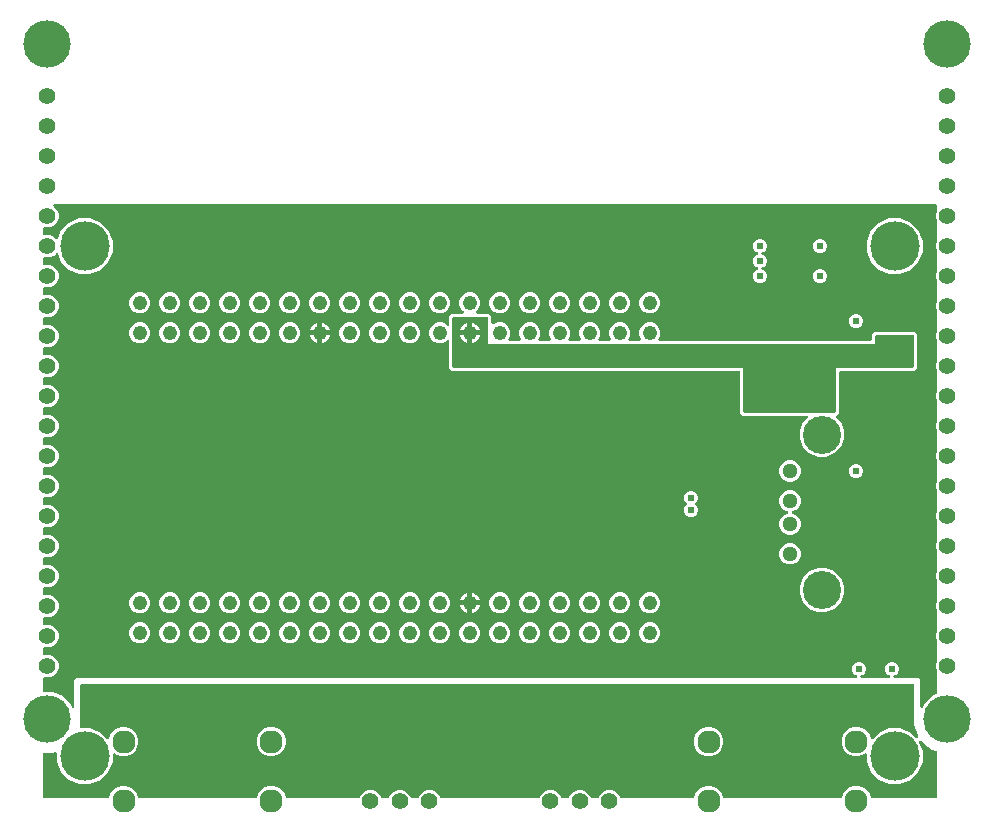
<source format=gbr>
G04 EAGLE Gerber RS-274X export*
G75*
%MOMM*%
%FSLAX34Y34*%
%LPD*%
%INCopper Layer 15*%
%IPPOS*%
%AMOC8*
5,1,8,0,0,1.08239X$1,22.5*%
G01*
%ADD10C,1.244600*%
%ADD11C,1.400000*%
%ADD12C,1.960000*%
%ADD13C,4.191000*%
%ADD14C,1.288000*%
%ADD15C,3.220000*%
%ADD16C,4.016000*%
%ADD17C,0.609600*%

G36*
X746907Y78902D02*
X746907Y78902D01*
X746997Y78908D01*
X747063Y78929D01*
X747132Y78941D01*
X747214Y78978D01*
X747299Y79006D01*
X747358Y79043D01*
X747422Y79072D01*
X747492Y79128D01*
X747568Y79176D01*
X747616Y79227D01*
X747670Y79270D01*
X747725Y79342D01*
X747786Y79407D01*
X747820Y79469D01*
X747862Y79524D01*
X747933Y79669D01*
X749173Y82664D01*
X755536Y89027D01*
X758676Y90327D01*
X758701Y90342D01*
X758729Y90351D01*
X758839Y90420D01*
X758952Y90485D01*
X758973Y90505D01*
X758998Y90521D01*
X759087Y90616D01*
X759180Y90706D01*
X759196Y90731D01*
X759216Y90753D01*
X759279Y90867D01*
X759347Y90977D01*
X759355Y91005D01*
X759370Y91031D01*
X759402Y91157D01*
X759440Y91281D01*
X759442Y91311D01*
X759449Y91339D01*
X759459Y91500D01*
X759459Y110581D01*
X759458Y110590D01*
X759459Y110599D01*
X759438Y110748D01*
X759419Y110896D01*
X759416Y110905D01*
X759415Y110914D01*
X759363Y111066D01*
X758809Y112402D01*
X758809Y116198D01*
X759363Y117534D01*
X759365Y117543D01*
X759370Y117551D01*
X759393Y117641D01*
X759397Y117650D01*
X759402Y117677D01*
X759407Y117696D01*
X759447Y117841D01*
X759447Y117850D01*
X759449Y117859D01*
X759455Y117953D01*
X759457Y117962D01*
X759456Y117971D01*
X759459Y118019D01*
X759459Y135981D01*
X759458Y135990D01*
X759459Y135999D01*
X759438Y136148D01*
X759419Y136296D01*
X759416Y136305D01*
X759415Y136314D01*
X759363Y136466D01*
X758809Y137802D01*
X758809Y141598D01*
X759363Y142934D01*
X759365Y142943D01*
X759370Y142951D01*
X759384Y143008D01*
X759397Y143035D01*
X759412Y143116D01*
X759447Y143241D01*
X759447Y143250D01*
X759449Y143259D01*
X759454Y143331D01*
X759457Y143347D01*
X759456Y143363D01*
X759459Y143419D01*
X759459Y161381D01*
X759458Y161390D01*
X759459Y161399D01*
X759438Y161548D01*
X759419Y161696D01*
X759416Y161705D01*
X759415Y161714D01*
X759363Y161866D01*
X758809Y163202D01*
X758809Y166998D01*
X759363Y168334D01*
X759365Y168343D01*
X759370Y168351D01*
X759379Y168388D01*
X759394Y168420D01*
X759412Y168516D01*
X759447Y168641D01*
X759447Y168650D01*
X759449Y168659D01*
X759454Y168731D01*
X759454Y168732D01*
X759454Y168733D01*
X759459Y168819D01*
X759459Y186781D01*
X759458Y186790D01*
X759459Y186799D01*
X759438Y186948D01*
X759419Y187096D01*
X759416Y187105D01*
X759415Y187114D01*
X759363Y187266D01*
X758809Y188602D01*
X758809Y192398D01*
X759363Y193734D01*
X759365Y193743D01*
X759370Y193751D01*
X759378Y193784D01*
X759388Y193805D01*
X759400Y193870D01*
X759407Y193896D01*
X759447Y194041D01*
X759447Y194050D01*
X759449Y194059D01*
X759459Y194219D01*
X759459Y212181D01*
X759458Y212190D01*
X759459Y212199D01*
X759438Y212348D01*
X759419Y212496D01*
X759416Y212505D01*
X759415Y212514D01*
X759363Y212666D01*
X758809Y214002D01*
X758809Y217798D01*
X759363Y219134D01*
X759365Y219143D01*
X759370Y219151D01*
X759377Y219180D01*
X759382Y219190D01*
X759387Y219220D01*
X759407Y219296D01*
X759447Y219441D01*
X759447Y219450D01*
X759449Y219459D01*
X759459Y219619D01*
X759459Y237581D01*
X759458Y237590D01*
X759459Y237599D01*
X759438Y237748D01*
X759419Y237896D01*
X759416Y237905D01*
X759415Y237914D01*
X759363Y238066D01*
X758809Y239402D01*
X758809Y243198D01*
X759363Y244534D01*
X759365Y244543D01*
X759370Y244551D01*
X759407Y244696D01*
X759447Y244841D01*
X759447Y244850D01*
X759449Y244859D01*
X759459Y245019D01*
X759459Y262981D01*
X759458Y262990D01*
X759459Y262999D01*
X759438Y263148D01*
X759419Y263296D01*
X759416Y263305D01*
X759415Y263314D01*
X759363Y263466D01*
X758809Y264802D01*
X758809Y268598D01*
X759363Y269934D01*
X759365Y269943D01*
X759370Y269951D01*
X759407Y270096D01*
X759447Y270241D01*
X759447Y270250D01*
X759449Y270259D01*
X759459Y270419D01*
X759459Y288381D01*
X759458Y288390D01*
X759459Y288399D01*
X759438Y288548D01*
X759419Y288696D01*
X759416Y288705D01*
X759415Y288714D01*
X759363Y288866D01*
X758809Y290202D01*
X758809Y293998D01*
X759363Y295334D01*
X759365Y295343D01*
X759370Y295351D01*
X759407Y295496D01*
X759447Y295641D01*
X759447Y295650D01*
X759449Y295659D01*
X759459Y295819D01*
X759459Y313781D01*
X759458Y313790D01*
X759459Y313799D01*
X759438Y313948D01*
X759419Y314096D01*
X759416Y314105D01*
X759415Y314114D01*
X759363Y314266D01*
X758809Y315602D01*
X758809Y319398D01*
X759363Y320734D01*
X759365Y320743D01*
X759370Y320751D01*
X759407Y320896D01*
X759447Y321041D01*
X759447Y321050D01*
X759449Y321059D01*
X759459Y321219D01*
X759459Y339180D01*
X759458Y339190D01*
X759459Y339199D01*
X759438Y339348D01*
X759419Y339496D01*
X759416Y339505D01*
X759415Y339514D01*
X759363Y339666D01*
X758809Y341002D01*
X758809Y344798D01*
X759363Y346134D01*
X759365Y346143D01*
X759370Y346151D01*
X759407Y346296D01*
X759447Y346441D01*
X759447Y346450D01*
X759449Y346459D01*
X759459Y346620D01*
X759459Y364580D01*
X759458Y364590D01*
X759459Y364599D01*
X759438Y364748D01*
X759419Y364896D01*
X759416Y364905D01*
X759415Y364914D01*
X759363Y365066D01*
X758809Y366402D01*
X758809Y370198D01*
X759363Y371534D01*
X759365Y371543D01*
X759370Y371551D01*
X759407Y371696D01*
X759447Y371841D01*
X759447Y371850D01*
X759449Y371859D01*
X759459Y372020D01*
X759459Y389980D01*
X759458Y389990D01*
X759459Y389999D01*
X759438Y390148D01*
X759419Y390296D01*
X759416Y390305D01*
X759415Y390314D01*
X759363Y390466D01*
X758809Y391802D01*
X758809Y395598D01*
X759363Y396934D01*
X759365Y396943D01*
X759370Y396951D01*
X759407Y397096D01*
X759447Y397241D01*
X759447Y397250D01*
X759449Y397259D01*
X759459Y397420D01*
X759459Y415380D01*
X759458Y415390D01*
X759459Y415399D01*
X759438Y415548D01*
X759419Y415696D01*
X759416Y415705D01*
X759415Y415714D01*
X759363Y415866D01*
X758809Y417202D01*
X758809Y420998D01*
X759363Y422334D01*
X759365Y422343D01*
X759370Y422351D01*
X759407Y422496D01*
X759447Y422641D01*
X759447Y422650D01*
X759449Y422659D01*
X759459Y422820D01*
X759459Y440780D01*
X759458Y440790D01*
X759459Y440799D01*
X759438Y440948D01*
X759419Y441096D01*
X759416Y441105D01*
X759415Y441114D01*
X759363Y441266D01*
X758809Y442602D01*
X758809Y446398D01*
X759363Y447734D01*
X759365Y447743D01*
X759370Y447751D01*
X759407Y447896D01*
X759447Y448041D01*
X759447Y448050D01*
X759449Y448059D01*
X759459Y448220D01*
X759459Y466180D01*
X759458Y466190D01*
X759459Y466199D01*
X759438Y466348D01*
X759419Y466496D01*
X759416Y466505D01*
X759415Y466514D01*
X759363Y466666D01*
X758809Y468002D01*
X758809Y471798D01*
X759363Y473134D01*
X759365Y473143D01*
X759370Y473151D01*
X759407Y473296D01*
X759447Y473441D01*
X759447Y473450D01*
X759449Y473459D01*
X759459Y473620D01*
X759459Y491580D01*
X759458Y491590D01*
X759459Y491599D01*
X759438Y491748D01*
X759419Y491896D01*
X759416Y491905D01*
X759415Y491914D01*
X759363Y492066D01*
X758809Y493402D01*
X758809Y497198D01*
X759363Y498534D01*
X759365Y498543D01*
X759370Y498551D01*
X759407Y498696D01*
X759447Y498841D01*
X759447Y498850D01*
X759449Y498859D01*
X759459Y499020D01*
X759459Y504190D01*
X759444Y504308D01*
X759437Y504427D01*
X759424Y504465D01*
X759419Y504506D01*
X759376Y504616D01*
X759339Y504729D01*
X759317Y504764D01*
X759302Y504801D01*
X759233Y504897D01*
X759169Y504998D01*
X759139Y505026D01*
X759116Y505059D01*
X759024Y505135D01*
X758937Y505216D01*
X758902Y505236D01*
X758871Y505261D01*
X758763Y505312D01*
X758659Y505370D01*
X758619Y505380D01*
X758583Y505397D01*
X758466Y505419D01*
X758351Y505449D01*
X758291Y505453D01*
X758271Y505457D01*
X758250Y505455D01*
X758190Y505459D01*
X12748Y505459D01*
X12610Y505442D01*
X12471Y505429D01*
X12452Y505422D01*
X12432Y505419D01*
X12303Y505368D01*
X12172Y505321D01*
X12155Y505310D01*
X12136Y505302D01*
X12024Y505221D01*
X11909Y505143D01*
X11895Y505127D01*
X11879Y505116D01*
X11790Y505008D01*
X11698Y504904D01*
X11689Y504886D01*
X11676Y504871D01*
X11617Y504745D01*
X11554Y504621D01*
X11549Y504601D01*
X11541Y504583D01*
X11515Y504447D01*
X11484Y504311D01*
X11485Y504290D01*
X11481Y504271D01*
X11490Y504132D01*
X11494Y503993D01*
X11499Y503973D01*
X11501Y503953D01*
X11543Y503821D01*
X11582Y503687D01*
X11592Y503670D01*
X11599Y503651D01*
X11673Y503533D01*
X11744Y503413D01*
X11762Y503392D01*
X11769Y503382D01*
X11784Y503368D01*
X11850Y503293D01*
X14438Y500704D01*
X15891Y497198D01*
X15891Y493402D01*
X14438Y489896D01*
X11754Y487212D01*
X8248Y485759D01*
X4452Y485759D01*
X4296Y485824D01*
X4248Y485837D01*
X4203Y485858D01*
X4095Y485879D01*
X3989Y485908D01*
X3939Y485909D01*
X3890Y485918D01*
X3781Y485911D01*
X3671Y485913D01*
X3623Y485902D01*
X3573Y485898D01*
X3469Y485865D01*
X3362Y485839D01*
X3318Y485816D01*
X3271Y485800D01*
X3178Y485742D01*
X3081Y485690D01*
X3044Y485657D01*
X3002Y485630D01*
X2926Y485550D01*
X2845Y485476D01*
X2818Y485435D01*
X2784Y485399D01*
X2731Y485302D01*
X2671Y485211D01*
X2654Y485164D01*
X2630Y485120D01*
X2603Y485014D01*
X2567Y484910D01*
X2563Y484860D01*
X2551Y484812D01*
X2541Y484651D01*
X2541Y480549D01*
X2547Y480499D01*
X2545Y480450D01*
X2567Y480342D01*
X2581Y480233D01*
X2599Y480187D01*
X2609Y480138D01*
X2657Y480039D01*
X2698Y479937D01*
X2727Y479897D01*
X2749Y479852D01*
X2820Y479769D01*
X2884Y479680D01*
X2923Y479648D01*
X2955Y479610D01*
X3045Y479547D01*
X3129Y479477D01*
X3174Y479456D01*
X3215Y479427D01*
X3318Y479388D01*
X3417Y479342D01*
X3466Y479332D01*
X3512Y479315D01*
X3622Y479302D01*
X3729Y479282D01*
X3779Y479285D01*
X3829Y479279D01*
X3937Y479295D01*
X4047Y479302D01*
X4094Y479317D01*
X4143Y479324D01*
X4296Y479376D01*
X4452Y479441D01*
X8248Y479441D01*
X11754Y477988D01*
X13426Y476316D01*
X13466Y476286D01*
X13499Y476249D01*
X13546Y476218D01*
X13550Y476214D01*
X13561Y476208D01*
X13591Y476189D01*
X13678Y476121D01*
X13723Y476101D01*
X13765Y476074D01*
X13869Y476038D01*
X13970Y475995D01*
X14019Y475987D01*
X14066Y475971D01*
X14175Y475962D01*
X14284Y475945D01*
X14333Y475950D01*
X14383Y475946D01*
X14491Y475964D01*
X14600Y475975D01*
X14647Y475992D01*
X14696Y476000D01*
X14796Y476045D01*
X14900Y476082D01*
X14941Y476110D01*
X14986Y476131D01*
X15072Y476199D01*
X15163Y476261D01*
X15196Y476298D01*
X15234Y476329D01*
X15300Y476417D01*
X15373Y476499D01*
X15396Y476544D01*
X15426Y476583D01*
X15497Y476728D01*
X18181Y483209D01*
X24791Y489819D01*
X33426Y493396D01*
X42774Y493396D01*
X51409Y489819D01*
X58019Y483209D01*
X61596Y474574D01*
X61596Y465226D01*
X58019Y456591D01*
X51409Y449981D01*
X42774Y446404D01*
X33426Y446404D01*
X24791Y449981D01*
X18181Y456591D01*
X15497Y463072D01*
X15472Y463115D01*
X15455Y463162D01*
X15394Y463253D01*
X15339Y463348D01*
X15304Y463384D01*
X15277Y463425D01*
X15194Y463498D01*
X15118Y463577D01*
X15075Y463603D01*
X15038Y463636D01*
X14940Y463686D01*
X14847Y463743D01*
X14799Y463758D01*
X14755Y463780D01*
X14648Y463804D01*
X14543Y463837D01*
X14493Y463839D01*
X14445Y463850D01*
X14335Y463847D01*
X14225Y463852D01*
X14177Y463842D01*
X14127Y463840D01*
X14021Y463810D01*
X13914Y463787D01*
X13869Y463766D01*
X13821Y463752D01*
X13727Y463696D01*
X13628Y463648D01*
X13590Y463615D01*
X13547Y463590D01*
X13426Y463484D01*
X11754Y461812D01*
X8248Y460359D01*
X4452Y460359D01*
X4296Y460424D01*
X4248Y460437D01*
X4203Y460458D01*
X4095Y460479D01*
X3989Y460508D01*
X3939Y460509D01*
X3890Y460518D01*
X3781Y460511D01*
X3671Y460513D01*
X3623Y460502D01*
X3573Y460498D01*
X3469Y460465D01*
X3362Y460439D01*
X3318Y460416D01*
X3271Y460400D01*
X3178Y460342D01*
X3081Y460290D01*
X3044Y460257D01*
X3002Y460230D01*
X2926Y460150D01*
X2845Y460076D01*
X2818Y460035D01*
X2784Y459999D01*
X2731Y459902D01*
X2671Y459811D01*
X2654Y459764D01*
X2630Y459720D01*
X2603Y459614D01*
X2567Y459510D01*
X2563Y459460D01*
X2551Y459412D01*
X2541Y459251D01*
X2541Y455149D01*
X2547Y455099D01*
X2545Y455050D01*
X2567Y454942D01*
X2581Y454833D01*
X2599Y454787D01*
X2609Y454738D01*
X2657Y454639D01*
X2698Y454537D01*
X2727Y454497D01*
X2749Y454452D01*
X2820Y454369D01*
X2884Y454280D01*
X2923Y454248D01*
X2955Y454210D01*
X3045Y454147D01*
X3129Y454077D01*
X3174Y454056D01*
X3215Y454027D01*
X3318Y453988D01*
X3417Y453942D01*
X3466Y453932D01*
X3512Y453915D01*
X3622Y453902D01*
X3729Y453882D01*
X3779Y453885D01*
X3829Y453879D01*
X3937Y453895D01*
X4047Y453902D01*
X4094Y453917D01*
X4143Y453924D01*
X4296Y453976D01*
X4452Y454041D01*
X8248Y454041D01*
X11754Y452588D01*
X14438Y449904D01*
X15891Y446398D01*
X15891Y442602D01*
X14438Y439096D01*
X11754Y436412D01*
X8248Y434959D01*
X4452Y434959D01*
X4296Y435024D01*
X4248Y435037D01*
X4203Y435058D01*
X4095Y435079D01*
X3989Y435108D01*
X3939Y435109D01*
X3890Y435118D01*
X3781Y435111D01*
X3671Y435113D01*
X3623Y435102D01*
X3573Y435098D01*
X3469Y435065D01*
X3362Y435039D01*
X3318Y435016D01*
X3271Y435000D01*
X3178Y434942D01*
X3081Y434890D01*
X3044Y434857D01*
X3002Y434830D01*
X2926Y434750D01*
X2845Y434676D01*
X2818Y434635D01*
X2784Y434599D01*
X2731Y434502D01*
X2671Y434411D01*
X2654Y434364D01*
X2630Y434320D01*
X2603Y434214D01*
X2567Y434110D01*
X2563Y434060D01*
X2551Y434012D01*
X2541Y433851D01*
X2541Y429749D01*
X2547Y429699D01*
X2545Y429650D01*
X2567Y429542D01*
X2581Y429433D01*
X2599Y429387D01*
X2609Y429338D01*
X2657Y429239D01*
X2698Y429137D01*
X2727Y429097D01*
X2749Y429052D01*
X2820Y428969D01*
X2884Y428880D01*
X2923Y428848D01*
X2955Y428810D01*
X3045Y428747D01*
X3129Y428677D01*
X3174Y428656D01*
X3215Y428627D01*
X3318Y428588D01*
X3417Y428542D01*
X3466Y428532D01*
X3512Y428515D01*
X3622Y428502D01*
X3729Y428482D01*
X3779Y428485D01*
X3829Y428479D01*
X3937Y428495D01*
X4047Y428502D01*
X4094Y428517D01*
X4143Y428524D01*
X4296Y428576D01*
X4452Y428641D01*
X8248Y428641D01*
X11754Y427188D01*
X14438Y424504D01*
X15891Y420998D01*
X15891Y417202D01*
X14438Y413696D01*
X11754Y411012D01*
X8248Y409559D01*
X4452Y409559D01*
X4296Y409624D01*
X4248Y409637D01*
X4203Y409658D01*
X4095Y409679D01*
X3989Y409708D01*
X3939Y409709D01*
X3890Y409718D01*
X3781Y409711D01*
X3671Y409713D01*
X3623Y409702D01*
X3573Y409698D01*
X3469Y409665D01*
X3362Y409639D01*
X3318Y409616D01*
X3271Y409600D01*
X3178Y409542D01*
X3081Y409490D01*
X3044Y409457D01*
X3002Y409430D01*
X2926Y409350D01*
X2845Y409276D01*
X2818Y409235D01*
X2784Y409199D01*
X2731Y409102D01*
X2671Y409011D01*
X2654Y408964D01*
X2630Y408920D01*
X2603Y408814D01*
X2567Y408710D01*
X2563Y408660D01*
X2551Y408612D01*
X2541Y408451D01*
X2541Y404349D01*
X2547Y404299D01*
X2545Y404250D01*
X2567Y404142D01*
X2581Y404033D01*
X2599Y403987D01*
X2609Y403938D01*
X2657Y403839D01*
X2698Y403737D01*
X2727Y403697D01*
X2749Y403652D01*
X2820Y403569D01*
X2884Y403480D01*
X2923Y403448D01*
X2955Y403410D01*
X3045Y403347D01*
X3129Y403277D01*
X3174Y403256D01*
X3215Y403227D01*
X3318Y403188D01*
X3417Y403142D01*
X3466Y403132D01*
X3512Y403115D01*
X3622Y403102D01*
X3729Y403082D01*
X3779Y403085D01*
X3829Y403079D01*
X3937Y403095D01*
X4047Y403102D01*
X4094Y403117D01*
X4143Y403124D01*
X4296Y403176D01*
X4452Y403241D01*
X8248Y403241D01*
X11754Y401788D01*
X14438Y399104D01*
X15891Y395598D01*
X15891Y391802D01*
X14438Y388296D01*
X11754Y385612D01*
X8248Y384159D01*
X4452Y384159D01*
X4296Y384224D01*
X4248Y384237D01*
X4203Y384258D01*
X4095Y384279D01*
X3989Y384308D01*
X3939Y384309D01*
X3890Y384318D01*
X3781Y384311D01*
X3671Y384313D01*
X3623Y384302D01*
X3573Y384298D01*
X3469Y384265D01*
X3362Y384239D01*
X3318Y384216D01*
X3271Y384200D01*
X3178Y384142D01*
X3081Y384090D01*
X3044Y384057D01*
X3002Y384030D01*
X2926Y383950D01*
X2845Y383876D01*
X2818Y383835D01*
X2784Y383799D01*
X2731Y383702D01*
X2671Y383611D01*
X2654Y383564D01*
X2630Y383520D01*
X2603Y383414D01*
X2567Y383310D01*
X2563Y383260D01*
X2551Y383212D01*
X2541Y383051D01*
X2541Y378949D01*
X2547Y378899D01*
X2545Y378850D01*
X2567Y378742D01*
X2581Y378633D01*
X2599Y378587D01*
X2609Y378538D01*
X2657Y378439D01*
X2698Y378337D01*
X2727Y378297D01*
X2749Y378252D01*
X2820Y378169D01*
X2884Y378080D01*
X2923Y378048D01*
X2955Y378010D01*
X3045Y377947D01*
X3129Y377877D01*
X3174Y377856D01*
X3215Y377827D01*
X3318Y377788D01*
X3417Y377742D01*
X3466Y377732D01*
X3512Y377715D01*
X3622Y377702D01*
X3729Y377682D01*
X3779Y377685D01*
X3829Y377679D01*
X3937Y377695D01*
X4047Y377702D01*
X4094Y377717D01*
X4143Y377724D01*
X4296Y377776D01*
X4452Y377841D01*
X8248Y377841D01*
X11754Y376388D01*
X14438Y373704D01*
X15891Y370198D01*
X15891Y366402D01*
X14438Y362896D01*
X11754Y360212D01*
X8248Y358759D01*
X4452Y358759D01*
X4296Y358824D01*
X4248Y358837D01*
X4203Y358858D01*
X4095Y358879D01*
X3989Y358908D01*
X3939Y358909D01*
X3890Y358918D01*
X3781Y358911D01*
X3671Y358913D01*
X3623Y358902D01*
X3573Y358898D01*
X3469Y358865D01*
X3362Y358839D01*
X3318Y358816D01*
X3271Y358800D01*
X3178Y358742D01*
X3081Y358690D01*
X3044Y358657D01*
X3002Y358630D01*
X2926Y358550D01*
X2845Y358476D01*
X2818Y358435D01*
X2784Y358399D01*
X2731Y358302D01*
X2671Y358211D01*
X2654Y358164D01*
X2630Y358120D01*
X2603Y358014D01*
X2567Y357910D01*
X2563Y357860D01*
X2551Y357812D01*
X2541Y357651D01*
X2541Y353549D01*
X2547Y353499D01*
X2545Y353450D01*
X2567Y353342D01*
X2581Y353233D01*
X2599Y353187D01*
X2609Y353138D01*
X2657Y353039D01*
X2698Y352937D01*
X2727Y352897D01*
X2749Y352852D01*
X2820Y352769D01*
X2884Y352680D01*
X2923Y352648D01*
X2955Y352610D01*
X3045Y352547D01*
X3129Y352477D01*
X3174Y352456D01*
X3215Y352427D01*
X3318Y352388D01*
X3417Y352342D01*
X3466Y352332D01*
X3512Y352315D01*
X3622Y352302D01*
X3729Y352282D01*
X3779Y352285D01*
X3829Y352279D01*
X3937Y352295D01*
X4047Y352302D01*
X4094Y352317D01*
X4143Y352324D01*
X4296Y352376D01*
X4452Y352441D01*
X8248Y352441D01*
X11754Y350988D01*
X14438Y348304D01*
X15891Y344798D01*
X15891Y341002D01*
X14438Y337496D01*
X11754Y334812D01*
X8248Y333359D01*
X4452Y333359D01*
X4296Y333424D01*
X4248Y333437D01*
X4203Y333458D01*
X4095Y333479D01*
X3989Y333508D01*
X3939Y333509D01*
X3890Y333518D01*
X3781Y333511D01*
X3671Y333513D01*
X3623Y333502D01*
X3573Y333498D01*
X3469Y333465D01*
X3362Y333439D01*
X3318Y333416D01*
X3271Y333400D01*
X3178Y333342D01*
X3081Y333290D01*
X3044Y333257D01*
X3002Y333230D01*
X2926Y333150D01*
X2845Y333076D01*
X2818Y333035D01*
X2784Y332999D01*
X2731Y332902D01*
X2671Y332811D01*
X2654Y332764D01*
X2630Y332720D01*
X2603Y332614D01*
X2567Y332510D01*
X2563Y332460D01*
X2551Y332412D01*
X2541Y332251D01*
X2541Y328149D01*
X2547Y328099D01*
X2545Y328050D01*
X2567Y327942D01*
X2581Y327833D01*
X2599Y327787D01*
X2609Y327738D01*
X2657Y327639D01*
X2698Y327537D01*
X2727Y327497D01*
X2749Y327452D01*
X2820Y327369D01*
X2884Y327280D01*
X2923Y327248D01*
X2955Y327210D01*
X3045Y327147D01*
X3129Y327077D01*
X3174Y327056D01*
X3215Y327027D01*
X3318Y326988D01*
X3417Y326942D01*
X3466Y326932D01*
X3512Y326915D01*
X3622Y326902D01*
X3729Y326882D01*
X3779Y326885D01*
X3829Y326879D01*
X3937Y326895D01*
X4047Y326902D01*
X4094Y326917D01*
X4143Y326924D01*
X4296Y326976D01*
X4452Y327041D01*
X8248Y327041D01*
X11754Y325588D01*
X14438Y322904D01*
X15891Y319398D01*
X15891Y315602D01*
X14438Y312096D01*
X11754Y309412D01*
X8248Y307959D01*
X4452Y307959D01*
X4296Y308024D01*
X4248Y308037D01*
X4203Y308058D01*
X4095Y308079D01*
X3989Y308108D01*
X3939Y308109D01*
X3890Y308118D01*
X3781Y308111D01*
X3671Y308113D01*
X3623Y308102D01*
X3573Y308098D01*
X3469Y308065D01*
X3362Y308039D01*
X3318Y308016D01*
X3271Y308000D01*
X3178Y307942D01*
X3081Y307890D01*
X3044Y307857D01*
X3002Y307830D01*
X2926Y307750D01*
X2845Y307676D01*
X2818Y307635D01*
X2784Y307599D01*
X2731Y307502D01*
X2671Y307411D01*
X2654Y307364D01*
X2630Y307320D01*
X2603Y307214D01*
X2567Y307110D01*
X2563Y307060D01*
X2551Y307012D01*
X2541Y306851D01*
X2541Y302749D01*
X2547Y302699D01*
X2545Y302650D01*
X2567Y302542D01*
X2581Y302433D01*
X2599Y302387D01*
X2609Y302338D01*
X2657Y302239D01*
X2698Y302137D01*
X2727Y302097D01*
X2749Y302052D01*
X2820Y301969D01*
X2884Y301880D01*
X2923Y301848D01*
X2955Y301810D01*
X3045Y301747D01*
X3129Y301677D01*
X3174Y301656D01*
X3215Y301627D01*
X3318Y301588D01*
X3417Y301542D01*
X3466Y301532D01*
X3512Y301515D01*
X3622Y301502D01*
X3729Y301482D01*
X3779Y301485D01*
X3829Y301479D01*
X3937Y301495D01*
X4047Y301502D01*
X4094Y301517D01*
X4143Y301524D01*
X4296Y301576D01*
X4452Y301641D01*
X8248Y301641D01*
X11754Y300188D01*
X14438Y297504D01*
X15891Y293998D01*
X15891Y290202D01*
X14438Y286696D01*
X11754Y284012D01*
X8248Y282559D01*
X4452Y282559D01*
X4296Y282624D01*
X4248Y282637D01*
X4203Y282658D01*
X4095Y282679D01*
X3989Y282708D01*
X3939Y282709D01*
X3890Y282718D01*
X3781Y282711D01*
X3671Y282713D01*
X3623Y282702D01*
X3573Y282698D01*
X3469Y282665D01*
X3362Y282639D01*
X3318Y282616D01*
X3271Y282600D01*
X3178Y282542D01*
X3081Y282490D01*
X3044Y282457D01*
X3002Y282430D01*
X2926Y282350D01*
X2845Y282276D01*
X2818Y282235D01*
X2784Y282199D01*
X2731Y282102D01*
X2671Y282011D01*
X2654Y281964D01*
X2630Y281920D01*
X2603Y281814D01*
X2567Y281710D01*
X2563Y281660D01*
X2551Y281612D01*
X2541Y281451D01*
X2541Y277349D01*
X2547Y277299D01*
X2545Y277250D01*
X2567Y277142D01*
X2581Y277033D01*
X2599Y276987D01*
X2609Y276938D01*
X2657Y276839D01*
X2698Y276737D01*
X2727Y276697D01*
X2749Y276652D01*
X2820Y276569D01*
X2884Y276480D01*
X2923Y276448D01*
X2955Y276410D01*
X3045Y276347D01*
X3129Y276277D01*
X3174Y276256D01*
X3215Y276227D01*
X3318Y276188D01*
X3417Y276142D01*
X3466Y276132D01*
X3512Y276115D01*
X3622Y276102D01*
X3729Y276082D01*
X3779Y276085D01*
X3829Y276079D01*
X3937Y276095D01*
X4047Y276102D01*
X4094Y276117D01*
X4143Y276124D01*
X4296Y276176D01*
X4452Y276241D01*
X8248Y276241D01*
X11754Y274788D01*
X14438Y272104D01*
X15891Y268598D01*
X15891Y264802D01*
X14438Y261296D01*
X11754Y258612D01*
X8248Y257159D01*
X4452Y257159D01*
X4296Y257224D01*
X4248Y257237D01*
X4203Y257258D01*
X4095Y257279D01*
X3989Y257308D01*
X3939Y257309D01*
X3890Y257318D01*
X3781Y257311D01*
X3671Y257313D01*
X3623Y257302D01*
X3573Y257298D01*
X3469Y257265D01*
X3362Y257239D01*
X3318Y257216D01*
X3271Y257200D01*
X3178Y257142D01*
X3081Y257090D01*
X3044Y257057D01*
X3002Y257030D01*
X2926Y256950D01*
X2845Y256876D01*
X2818Y256835D01*
X2784Y256799D01*
X2731Y256702D01*
X2671Y256611D01*
X2654Y256564D01*
X2630Y256520D01*
X2603Y256414D01*
X2567Y256310D01*
X2563Y256260D01*
X2551Y256212D01*
X2541Y256051D01*
X2541Y251949D01*
X2547Y251899D01*
X2545Y251850D01*
X2567Y251742D01*
X2581Y251633D01*
X2599Y251587D01*
X2609Y251538D01*
X2657Y251439D01*
X2698Y251337D01*
X2727Y251297D01*
X2749Y251252D01*
X2820Y251169D01*
X2884Y251080D01*
X2923Y251048D01*
X2955Y251010D01*
X3045Y250947D01*
X3129Y250877D01*
X3174Y250856D01*
X3215Y250827D01*
X3318Y250788D01*
X3417Y250742D01*
X3466Y250732D01*
X3512Y250715D01*
X3622Y250702D01*
X3729Y250682D01*
X3779Y250685D01*
X3829Y250679D01*
X3937Y250695D01*
X4047Y250702D01*
X4094Y250717D01*
X4143Y250724D01*
X4296Y250776D01*
X4452Y250841D01*
X8248Y250841D01*
X11754Y249388D01*
X14438Y246704D01*
X15891Y243198D01*
X15891Y239402D01*
X14438Y235896D01*
X11754Y233212D01*
X8248Y231759D01*
X4452Y231759D01*
X4296Y231824D01*
X4248Y231837D01*
X4203Y231858D01*
X4095Y231879D01*
X3989Y231908D01*
X3939Y231909D01*
X3890Y231918D01*
X3781Y231911D01*
X3671Y231913D01*
X3623Y231902D01*
X3573Y231898D01*
X3469Y231865D01*
X3362Y231839D01*
X3318Y231816D01*
X3271Y231800D01*
X3178Y231742D01*
X3081Y231690D01*
X3044Y231657D01*
X3002Y231630D01*
X2926Y231550D01*
X2845Y231476D01*
X2818Y231435D01*
X2784Y231399D01*
X2731Y231302D01*
X2671Y231211D01*
X2654Y231164D01*
X2630Y231120D01*
X2603Y231014D01*
X2567Y230910D01*
X2563Y230860D01*
X2551Y230812D01*
X2541Y230651D01*
X2541Y226549D01*
X2547Y226499D01*
X2545Y226450D01*
X2567Y226342D01*
X2581Y226233D01*
X2599Y226187D01*
X2609Y226138D01*
X2657Y226039D01*
X2698Y225937D01*
X2727Y225897D01*
X2749Y225852D01*
X2820Y225769D01*
X2884Y225680D01*
X2923Y225648D01*
X2955Y225610D01*
X3045Y225547D01*
X3129Y225477D01*
X3174Y225456D01*
X3215Y225427D01*
X3318Y225388D01*
X3417Y225342D01*
X3466Y225332D01*
X3512Y225315D01*
X3622Y225302D01*
X3729Y225282D01*
X3779Y225285D01*
X3829Y225279D01*
X3937Y225295D01*
X4047Y225302D01*
X4094Y225317D01*
X4143Y225324D01*
X4296Y225376D01*
X4452Y225441D01*
X8248Y225441D01*
X11754Y223988D01*
X14438Y221304D01*
X15891Y217798D01*
X15891Y214002D01*
X14438Y210496D01*
X11754Y207812D01*
X8248Y206359D01*
X4452Y206359D01*
X4296Y206424D01*
X4248Y206437D01*
X4203Y206458D01*
X4095Y206479D01*
X3989Y206508D01*
X3939Y206509D01*
X3890Y206518D01*
X3781Y206511D01*
X3671Y206513D01*
X3623Y206502D01*
X3573Y206498D01*
X3469Y206465D01*
X3362Y206439D01*
X3318Y206416D01*
X3271Y206400D01*
X3178Y206342D01*
X3081Y206290D01*
X3044Y206257D01*
X3002Y206230D01*
X2926Y206150D01*
X2845Y206076D01*
X2818Y206035D01*
X2784Y205999D01*
X2731Y205902D01*
X2671Y205811D01*
X2654Y205764D01*
X2630Y205720D01*
X2603Y205614D01*
X2567Y205510D01*
X2563Y205460D01*
X2551Y205412D01*
X2541Y205251D01*
X2541Y201149D01*
X2547Y201099D01*
X2545Y201050D01*
X2567Y200942D01*
X2581Y200833D01*
X2599Y200787D01*
X2609Y200738D01*
X2657Y200639D01*
X2698Y200537D01*
X2727Y200497D01*
X2749Y200452D01*
X2820Y200369D01*
X2884Y200280D01*
X2923Y200248D01*
X2955Y200210D01*
X3045Y200147D01*
X3129Y200077D01*
X3174Y200056D01*
X3215Y200027D01*
X3318Y199988D01*
X3417Y199942D01*
X3466Y199932D01*
X3512Y199915D01*
X3622Y199902D01*
X3729Y199882D01*
X3779Y199885D01*
X3829Y199879D01*
X3937Y199895D01*
X4047Y199902D01*
X4094Y199917D01*
X4143Y199924D01*
X4296Y199976D01*
X4452Y200041D01*
X8248Y200041D01*
X11754Y198588D01*
X14438Y195904D01*
X15891Y192398D01*
X15891Y188602D01*
X14438Y185096D01*
X11754Y182412D01*
X8248Y180959D01*
X4452Y180959D01*
X4296Y181024D01*
X4248Y181037D01*
X4203Y181058D01*
X4095Y181079D01*
X3989Y181108D01*
X3939Y181109D01*
X3890Y181118D01*
X3781Y181111D01*
X3671Y181113D01*
X3623Y181102D01*
X3573Y181098D01*
X3469Y181065D01*
X3362Y181039D01*
X3318Y181016D01*
X3271Y181000D01*
X3178Y180942D01*
X3081Y180890D01*
X3044Y180857D01*
X3002Y180830D01*
X2926Y180750D01*
X2845Y180676D01*
X2818Y180635D01*
X2784Y180599D01*
X2731Y180502D01*
X2671Y180411D01*
X2654Y180364D01*
X2630Y180320D01*
X2603Y180214D01*
X2567Y180110D01*
X2563Y180060D01*
X2551Y180012D01*
X2541Y179851D01*
X2541Y175749D01*
X2547Y175699D01*
X2545Y175650D01*
X2567Y175542D01*
X2581Y175433D01*
X2599Y175387D01*
X2609Y175338D01*
X2657Y175239D01*
X2698Y175137D01*
X2727Y175097D01*
X2749Y175052D01*
X2820Y174969D01*
X2884Y174880D01*
X2923Y174848D01*
X2955Y174810D01*
X3045Y174747D01*
X3129Y174677D01*
X3174Y174656D01*
X3215Y174627D01*
X3318Y174588D01*
X3417Y174542D01*
X3466Y174532D01*
X3512Y174515D01*
X3622Y174502D01*
X3729Y174482D01*
X3779Y174485D01*
X3829Y174479D01*
X3937Y174495D01*
X4047Y174502D01*
X4094Y174517D01*
X4143Y174524D01*
X4296Y174576D01*
X4452Y174641D01*
X8248Y174641D01*
X11754Y173188D01*
X14438Y170504D01*
X15891Y166998D01*
X15891Y163202D01*
X14438Y159696D01*
X11754Y157012D01*
X8248Y155559D01*
X4452Y155559D01*
X4296Y155624D01*
X4248Y155637D01*
X4203Y155658D01*
X4095Y155679D01*
X3989Y155708D01*
X3939Y155709D01*
X3890Y155718D01*
X3781Y155711D01*
X3671Y155713D01*
X3623Y155702D01*
X3573Y155698D01*
X3469Y155665D01*
X3362Y155639D01*
X3318Y155616D01*
X3271Y155600D01*
X3178Y155542D01*
X3081Y155490D01*
X3044Y155457D01*
X3002Y155430D01*
X2926Y155350D01*
X2845Y155276D01*
X2818Y155235D01*
X2784Y155199D01*
X2731Y155102D01*
X2671Y155011D01*
X2654Y154964D01*
X2630Y154920D01*
X2603Y154814D01*
X2567Y154710D01*
X2563Y154660D01*
X2551Y154612D01*
X2541Y154451D01*
X2541Y150349D01*
X2547Y150299D01*
X2545Y150250D01*
X2567Y150142D01*
X2581Y150033D01*
X2599Y149987D01*
X2609Y149938D01*
X2657Y149839D01*
X2698Y149737D01*
X2727Y149697D01*
X2749Y149652D01*
X2820Y149569D01*
X2884Y149480D01*
X2923Y149448D01*
X2955Y149410D01*
X3045Y149347D01*
X3129Y149277D01*
X3174Y149256D01*
X3215Y149227D01*
X3318Y149188D01*
X3417Y149142D01*
X3466Y149132D01*
X3512Y149115D01*
X3622Y149102D01*
X3729Y149082D01*
X3779Y149085D01*
X3829Y149079D01*
X3937Y149095D01*
X4047Y149102D01*
X4094Y149117D01*
X4143Y149124D01*
X4296Y149176D01*
X4452Y149241D01*
X8248Y149241D01*
X11754Y147788D01*
X14438Y145104D01*
X15891Y141598D01*
X15891Y137802D01*
X14438Y134296D01*
X11754Y131612D01*
X8248Y130159D01*
X4452Y130159D01*
X4296Y130224D01*
X4248Y130237D01*
X4203Y130258D01*
X4095Y130279D01*
X3989Y130308D01*
X3939Y130309D01*
X3890Y130318D01*
X3781Y130311D01*
X3671Y130313D01*
X3623Y130302D01*
X3573Y130298D01*
X3469Y130265D01*
X3362Y130239D01*
X3318Y130216D01*
X3271Y130200D01*
X3178Y130142D01*
X3081Y130090D01*
X3044Y130057D01*
X3002Y130030D01*
X2926Y129950D01*
X2845Y129876D01*
X2818Y129835D01*
X2784Y129799D01*
X2731Y129702D01*
X2671Y129611D01*
X2654Y129564D01*
X2630Y129520D01*
X2603Y129414D01*
X2567Y129310D01*
X2563Y129260D01*
X2551Y129212D01*
X2541Y129051D01*
X2541Y124949D01*
X2547Y124899D01*
X2545Y124850D01*
X2567Y124742D01*
X2581Y124633D01*
X2599Y124587D01*
X2609Y124538D01*
X2657Y124439D01*
X2698Y124337D01*
X2727Y124297D01*
X2749Y124252D01*
X2820Y124169D01*
X2884Y124080D01*
X2923Y124048D01*
X2955Y124010D01*
X3045Y123947D01*
X3129Y123877D01*
X3174Y123856D01*
X3215Y123827D01*
X3318Y123788D01*
X3417Y123742D01*
X3466Y123732D01*
X3512Y123715D01*
X3622Y123702D01*
X3729Y123682D01*
X3779Y123685D01*
X3829Y123679D01*
X3937Y123695D01*
X4047Y123702D01*
X4094Y123717D01*
X4143Y123724D01*
X4296Y123776D01*
X4452Y123841D01*
X8248Y123841D01*
X11754Y122388D01*
X14438Y119704D01*
X15891Y116198D01*
X15891Y112402D01*
X14438Y108896D01*
X11754Y106212D01*
X8248Y104759D01*
X4452Y104759D01*
X4296Y104824D01*
X4248Y104837D01*
X4203Y104858D01*
X4095Y104879D01*
X3989Y104908D01*
X3939Y104909D01*
X3890Y104918D01*
X3781Y104911D01*
X3671Y104913D01*
X3623Y104902D01*
X3573Y104898D01*
X3469Y104865D01*
X3362Y104839D01*
X3318Y104816D01*
X3271Y104800D01*
X3178Y104742D01*
X3081Y104690D01*
X3044Y104657D01*
X3002Y104630D01*
X2926Y104550D01*
X2845Y104476D01*
X2818Y104435D01*
X2784Y104399D01*
X2731Y104302D01*
X2671Y104211D01*
X2654Y104164D01*
X2630Y104120D01*
X2603Y104014D01*
X2567Y103910D01*
X2563Y103860D01*
X2551Y103812D01*
X2541Y103651D01*
X2541Y93740D01*
X2556Y93622D01*
X2563Y93503D01*
X2576Y93465D01*
X2581Y93424D01*
X2624Y93314D01*
X2661Y93201D01*
X2683Y93166D01*
X2698Y93129D01*
X2767Y93033D01*
X2831Y92932D01*
X2861Y92904D01*
X2884Y92871D01*
X2976Y92795D01*
X3063Y92714D01*
X3098Y92694D01*
X3129Y92669D01*
X3237Y92618D01*
X3341Y92560D01*
X3381Y92550D01*
X3417Y92533D01*
X3534Y92511D01*
X3649Y92481D01*
X3709Y92477D01*
X3729Y92473D01*
X3750Y92475D01*
X3810Y92471D01*
X10850Y92471D01*
X19164Y89027D01*
X25527Y82664D01*
X26767Y79669D01*
X26802Y79608D01*
X26828Y79543D01*
X26880Y79471D01*
X26925Y79393D01*
X26973Y79342D01*
X27014Y79286D01*
X27084Y79229D01*
X27146Y79164D01*
X27206Y79128D01*
X27259Y79083D01*
X27341Y79045D01*
X27417Y78998D01*
X27484Y78977D01*
X27547Y78948D01*
X27635Y78931D01*
X27721Y78904D01*
X27791Y78901D01*
X27860Y78888D01*
X27949Y78893D01*
X28039Y78889D01*
X28107Y78903D01*
X28177Y78908D01*
X28262Y78935D01*
X28350Y78953D01*
X28413Y78984D01*
X28479Y79006D01*
X28555Y79054D01*
X28636Y79093D01*
X28689Y79138D01*
X28748Y79176D01*
X28810Y79241D01*
X28878Y79300D01*
X28918Y79357D01*
X28966Y79407D01*
X29009Y79486D01*
X29061Y79560D01*
X29086Y79625D01*
X29120Y79686D01*
X29142Y79773D01*
X29174Y79857D01*
X29182Y79926D01*
X29199Y79994D01*
X29209Y80155D01*
X29209Y102652D01*
X30698Y104141D01*
X690830Y104141D01*
X690899Y104149D01*
X690969Y104148D01*
X691056Y104169D01*
X691145Y104181D01*
X691210Y104206D01*
X691278Y104223D01*
X691357Y104265D01*
X691441Y104298D01*
X691497Y104339D01*
X691559Y104371D01*
X691625Y104432D01*
X691698Y104484D01*
X691743Y104538D01*
X691794Y104585D01*
X691844Y104660D01*
X691901Y104729D01*
X691931Y104793D01*
X691969Y104851D01*
X691998Y104936D01*
X692036Y105017D01*
X692050Y105086D01*
X692072Y105152D01*
X692079Y105241D01*
X692096Y105329D01*
X692092Y105399D01*
X692097Y105469D01*
X692082Y105557D01*
X692077Y105647D01*
X692055Y105713D01*
X692043Y105782D01*
X692006Y105864D01*
X691978Y105949D01*
X691941Y106008D01*
X691912Y106072D01*
X691856Y106142D01*
X691808Y106218D01*
X691758Y106266D01*
X691714Y106320D01*
X691642Y106375D01*
X691577Y106436D01*
X691516Y106470D01*
X691460Y106512D01*
X691315Y106583D01*
X690254Y107022D01*
X688682Y108594D01*
X687831Y110648D01*
X687831Y112872D01*
X688682Y114926D01*
X690254Y116498D01*
X692308Y117349D01*
X694532Y117349D01*
X696586Y116498D01*
X698158Y114926D01*
X699009Y112872D01*
X699009Y110648D01*
X698158Y108594D01*
X696586Y107022D01*
X695525Y106583D01*
X695464Y106548D01*
X695399Y106522D01*
X695327Y106470D01*
X695248Y106425D01*
X695198Y106377D01*
X695142Y106336D01*
X695085Y106266D01*
X695020Y106204D01*
X694984Y106144D01*
X694939Y106091D01*
X694901Y106009D01*
X694854Y105933D01*
X694833Y105866D01*
X694804Y105803D01*
X694787Y105715D01*
X694760Y105629D01*
X694757Y105559D01*
X694744Y105490D01*
X694749Y105401D01*
X694745Y105311D01*
X694759Y105243D01*
X694763Y105173D01*
X694791Y105088D01*
X694809Y105000D01*
X694840Y104937D01*
X694862Y104871D01*
X694910Y104795D01*
X694949Y104714D01*
X694994Y104661D01*
X695032Y104602D01*
X695097Y104540D01*
X695155Y104472D01*
X695212Y104432D01*
X695263Y104384D01*
X695342Y104341D01*
X695415Y104289D01*
X695481Y104264D01*
X695542Y104230D01*
X695629Y104208D01*
X695713Y104176D01*
X695782Y104168D01*
X695850Y104151D01*
X696010Y104141D01*
X718770Y104141D01*
X718839Y104149D01*
X718909Y104148D01*
X718996Y104169D01*
X719085Y104181D01*
X719150Y104206D01*
X719218Y104223D01*
X719297Y104265D01*
X719381Y104298D01*
X719437Y104339D01*
X719499Y104371D01*
X719565Y104432D01*
X719638Y104484D01*
X719683Y104538D01*
X719734Y104585D01*
X719784Y104660D01*
X719841Y104729D01*
X719871Y104793D01*
X719909Y104851D01*
X719938Y104936D01*
X719976Y105017D01*
X719990Y105086D01*
X720012Y105152D01*
X720019Y105241D01*
X720036Y105329D01*
X720032Y105399D01*
X720037Y105469D01*
X720022Y105557D01*
X720017Y105647D01*
X719995Y105713D01*
X719983Y105782D01*
X719946Y105864D01*
X719918Y105949D01*
X719881Y106008D01*
X719852Y106072D01*
X719796Y106142D01*
X719748Y106218D01*
X719698Y106266D01*
X719654Y106320D01*
X719582Y106375D01*
X719517Y106436D01*
X719456Y106470D01*
X719400Y106512D01*
X719255Y106583D01*
X718194Y107022D01*
X716622Y108594D01*
X715771Y110648D01*
X715771Y112872D01*
X716622Y114926D01*
X718194Y116498D01*
X720248Y117349D01*
X722472Y117349D01*
X724526Y116498D01*
X726098Y114926D01*
X726949Y112872D01*
X726949Y110648D01*
X726098Y108594D01*
X724526Y107022D01*
X723465Y106583D01*
X723404Y106548D01*
X723339Y106522D01*
X723267Y106470D01*
X723188Y106425D01*
X723138Y106377D01*
X723082Y106336D01*
X723025Y106266D01*
X722960Y106204D01*
X722924Y106144D01*
X722879Y106091D01*
X722841Y106009D01*
X722794Y105933D01*
X722773Y105866D01*
X722744Y105803D01*
X722727Y105715D01*
X722700Y105629D01*
X722697Y105559D01*
X722684Y105490D01*
X722689Y105401D01*
X722685Y105311D01*
X722699Y105243D01*
X722703Y105173D01*
X722731Y105088D01*
X722749Y105000D01*
X722780Y104937D01*
X722802Y104871D01*
X722850Y104795D01*
X722889Y104714D01*
X722934Y104661D01*
X722972Y104602D01*
X723037Y104540D01*
X723095Y104472D01*
X723152Y104432D01*
X723203Y104384D01*
X723282Y104341D01*
X723355Y104289D01*
X723421Y104264D01*
X723482Y104230D01*
X723569Y104208D01*
X723653Y104176D01*
X723722Y104168D01*
X723790Y104151D01*
X723950Y104141D01*
X744002Y104141D01*
X745491Y102652D01*
X745491Y80155D01*
X745499Y80085D01*
X745498Y80016D01*
X745519Y79928D01*
X745531Y79839D01*
X745556Y79774D01*
X745573Y79706D01*
X745615Y79627D01*
X745648Y79543D01*
X745689Y79487D01*
X745721Y79425D01*
X745782Y79359D01*
X745834Y79286D01*
X745888Y79242D01*
X745935Y79190D01*
X746010Y79141D01*
X746079Y79083D01*
X746143Y79054D01*
X746201Y79015D01*
X746286Y78986D01*
X746367Y78948D01*
X746436Y78935D01*
X746502Y78912D01*
X746591Y78905D01*
X746679Y78888D01*
X746749Y78892D01*
X746819Y78887D01*
X746907Y78902D01*
G37*
G36*
X57560Y2544D02*
X57560Y2544D01*
X57590Y2542D01*
X57718Y2564D01*
X57847Y2581D01*
X57874Y2591D01*
X57903Y2596D01*
X58022Y2650D01*
X58142Y2698D01*
X58166Y2715D01*
X58193Y2727D01*
X58295Y2808D01*
X58400Y2884D01*
X58419Y2907D01*
X58442Y2926D01*
X58520Y3029D01*
X58603Y3129D01*
X58615Y3156D01*
X58633Y3180D01*
X58704Y3324D01*
X60388Y7390D01*
X63860Y10862D01*
X68395Y12741D01*
X73305Y12741D01*
X77840Y10862D01*
X81312Y7390D01*
X82996Y3324D01*
X83011Y3299D01*
X83020Y3271D01*
X83089Y3161D01*
X83154Y3048D01*
X83174Y3027D01*
X83190Y3002D01*
X83285Y2913D01*
X83375Y2820D01*
X83400Y2804D01*
X83422Y2784D01*
X83536Y2721D01*
X83646Y2653D01*
X83674Y2645D01*
X83700Y2630D01*
X83826Y2598D01*
X83950Y2560D01*
X83980Y2558D01*
X84008Y2551D01*
X84169Y2541D01*
X182531Y2541D01*
X182560Y2544D01*
X182590Y2542D01*
X182718Y2564D01*
X182847Y2581D01*
X182874Y2591D01*
X182903Y2596D01*
X183022Y2650D01*
X183142Y2698D01*
X183166Y2715D01*
X183193Y2727D01*
X183295Y2808D01*
X183400Y2884D01*
X183419Y2907D01*
X183442Y2926D01*
X183520Y3029D01*
X183603Y3129D01*
X183615Y3156D01*
X183633Y3180D01*
X183704Y3324D01*
X185388Y7390D01*
X188860Y10862D01*
X193395Y12741D01*
X198305Y12741D01*
X202840Y10862D01*
X206312Y7390D01*
X207996Y3324D01*
X208011Y3299D01*
X208020Y3271D01*
X208089Y3161D01*
X208154Y3048D01*
X208174Y3027D01*
X208190Y3002D01*
X208285Y2913D01*
X208375Y2820D01*
X208400Y2804D01*
X208422Y2784D01*
X208536Y2721D01*
X208646Y2653D01*
X208674Y2645D01*
X208700Y2630D01*
X208826Y2598D01*
X208950Y2560D01*
X208980Y2558D01*
X209008Y2551D01*
X209169Y2541D01*
X269678Y2541D01*
X269707Y2544D01*
X269736Y2542D01*
X269864Y2564D01*
X269993Y2581D01*
X270020Y2591D01*
X270050Y2596D01*
X270168Y2650D01*
X270289Y2698D01*
X270313Y2715D01*
X270340Y2727D01*
X270441Y2808D01*
X270546Y2884D01*
X270565Y2907D01*
X270588Y2926D01*
X270666Y3029D01*
X270749Y3129D01*
X270761Y3156D01*
X270779Y3180D01*
X270850Y3324D01*
X271712Y5404D01*
X274396Y8088D01*
X277902Y9541D01*
X281698Y9541D01*
X285204Y8088D01*
X287888Y5404D01*
X288750Y3324D01*
X288764Y3299D01*
X288774Y3271D01*
X288843Y3161D01*
X288907Y3048D01*
X288928Y3027D01*
X288944Y3002D01*
X289038Y2913D01*
X289129Y2820D01*
X289154Y2804D01*
X289175Y2784D01*
X289289Y2721D01*
X289400Y2653D01*
X289428Y2645D01*
X289454Y2630D01*
X289580Y2598D01*
X289704Y2560D01*
X289733Y2558D01*
X289762Y2551D01*
X289922Y2541D01*
X294678Y2541D01*
X294707Y2544D01*
X294736Y2542D01*
X294864Y2564D01*
X294993Y2581D01*
X295020Y2591D01*
X295050Y2596D01*
X295168Y2650D01*
X295289Y2698D01*
X295313Y2715D01*
X295340Y2727D01*
X295441Y2808D01*
X295546Y2884D01*
X295565Y2907D01*
X295588Y2926D01*
X295666Y3029D01*
X295749Y3129D01*
X295761Y3156D01*
X295779Y3180D01*
X295850Y3324D01*
X296712Y5404D01*
X299396Y8088D01*
X302902Y9541D01*
X306698Y9541D01*
X310204Y8088D01*
X312888Y5404D01*
X313750Y3324D01*
X313764Y3299D01*
X313774Y3271D01*
X313843Y3161D01*
X313907Y3048D01*
X313928Y3027D01*
X313944Y3002D01*
X314038Y2913D01*
X314129Y2820D01*
X314154Y2804D01*
X314175Y2784D01*
X314289Y2721D01*
X314400Y2653D01*
X314428Y2645D01*
X314454Y2630D01*
X314580Y2598D01*
X314704Y2560D01*
X314733Y2558D01*
X314762Y2551D01*
X314922Y2541D01*
X319678Y2541D01*
X319707Y2544D01*
X319736Y2542D01*
X319864Y2564D01*
X319993Y2581D01*
X320020Y2591D01*
X320050Y2596D01*
X320168Y2650D01*
X320289Y2698D01*
X320313Y2715D01*
X320340Y2727D01*
X320441Y2808D01*
X320546Y2884D01*
X320565Y2907D01*
X320588Y2926D01*
X320666Y3029D01*
X320749Y3129D01*
X320761Y3156D01*
X320779Y3180D01*
X320850Y3324D01*
X321712Y5404D01*
X324396Y8088D01*
X327902Y9541D01*
X331698Y9541D01*
X335204Y8088D01*
X337888Y5404D01*
X338750Y3324D01*
X338764Y3299D01*
X338774Y3271D01*
X338843Y3161D01*
X338907Y3048D01*
X338928Y3027D01*
X338944Y3002D01*
X339038Y2913D01*
X339129Y2820D01*
X339154Y2804D01*
X339175Y2784D01*
X339289Y2721D01*
X339400Y2653D01*
X339428Y2645D01*
X339454Y2630D01*
X339580Y2598D01*
X339704Y2560D01*
X339733Y2558D01*
X339762Y2551D01*
X339922Y2541D01*
X422078Y2541D01*
X422107Y2544D01*
X422136Y2542D01*
X422264Y2564D01*
X422393Y2581D01*
X422420Y2591D01*
X422450Y2596D01*
X422568Y2650D01*
X422689Y2698D01*
X422713Y2715D01*
X422740Y2727D01*
X422841Y2808D01*
X422946Y2884D01*
X422965Y2907D01*
X422988Y2926D01*
X423066Y3029D01*
X423149Y3129D01*
X423161Y3156D01*
X423179Y3180D01*
X423250Y3324D01*
X424112Y5404D01*
X426796Y8088D01*
X430302Y9541D01*
X434098Y9541D01*
X437604Y8088D01*
X440288Y5404D01*
X441150Y3324D01*
X441164Y3299D01*
X441174Y3271D01*
X441243Y3161D01*
X441307Y3048D01*
X441328Y3027D01*
X441344Y3002D01*
X441438Y2913D01*
X441529Y2820D01*
X441554Y2804D01*
X441575Y2784D01*
X441689Y2721D01*
X441800Y2653D01*
X441828Y2645D01*
X441854Y2630D01*
X441980Y2598D01*
X442104Y2560D01*
X442133Y2558D01*
X442162Y2551D01*
X442322Y2541D01*
X447078Y2541D01*
X447107Y2544D01*
X447136Y2542D01*
X447264Y2564D01*
X447393Y2581D01*
X447420Y2591D01*
X447450Y2596D01*
X447568Y2650D01*
X447689Y2698D01*
X447713Y2715D01*
X447740Y2727D01*
X447841Y2808D01*
X447946Y2884D01*
X447965Y2907D01*
X447988Y2926D01*
X448066Y3029D01*
X448149Y3129D01*
X448161Y3156D01*
X448179Y3180D01*
X448250Y3324D01*
X449112Y5404D01*
X451796Y8088D01*
X455302Y9541D01*
X459098Y9541D01*
X462604Y8088D01*
X465288Y5404D01*
X466150Y3324D01*
X466164Y3299D01*
X466174Y3271D01*
X466243Y3161D01*
X466307Y3048D01*
X466328Y3027D01*
X466344Y3002D01*
X466438Y2913D01*
X466529Y2820D01*
X466554Y2804D01*
X466575Y2784D01*
X466689Y2721D01*
X466800Y2653D01*
X466828Y2645D01*
X466854Y2630D01*
X466980Y2598D01*
X467104Y2560D01*
X467133Y2558D01*
X467162Y2551D01*
X467322Y2541D01*
X472078Y2541D01*
X472107Y2544D01*
X472136Y2542D01*
X472264Y2564D01*
X472393Y2581D01*
X472420Y2591D01*
X472450Y2596D01*
X472568Y2650D01*
X472689Y2698D01*
X472713Y2715D01*
X472740Y2727D01*
X472841Y2808D01*
X472946Y2884D01*
X472965Y2907D01*
X472988Y2926D01*
X473066Y3029D01*
X473149Y3129D01*
X473161Y3156D01*
X473179Y3180D01*
X473250Y3324D01*
X474112Y5404D01*
X476796Y8088D01*
X480302Y9541D01*
X484098Y9541D01*
X487604Y8088D01*
X490288Y5404D01*
X491150Y3324D01*
X491164Y3299D01*
X491174Y3271D01*
X491243Y3161D01*
X491307Y3048D01*
X491328Y3027D01*
X491344Y3002D01*
X491438Y2913D01*
X491529Y2820D01*
X491554Y2804D01*
X491575Y2784D01*
X491689Y2721D01*
X491800Y2653D01*
X491828Y2645D01*
X491854Y2630D01*
X491980Y2598D01*
X492104Y2560D01*
X492133Y2558D01*
X492162Y2551D01*
X492322Y2541D01*
X552831Y2541D01*
X552860Y2544D01*
X552890Y2542D01*
X553018Y2564D01*
X553147Y2581D01*
X553174Y2591D01*
X553203Y2596D01*
X553322Y2650D01*
X553442Y2698D01*
X553466Y2715D01*
X553493Y2727D01*
X553595Y2808D01*
X553700Y2884D01*
X553719Y2907D01*
X553742Y2926D01*
X553820Y3029D01*
X553903Y3129D01*
X553915Y3156D01*
X553933Y3180D01*
X554004Y3324D01*
X555688Y7390D01*
X559160Y10862D01*
X563695Y12741D01*
X568605Y12741D01*
X573140Y10862D01*
X576612Y7390D01*
X578296Y3324D01*
X578311Y3299D01*
X578320Y3271D01*
X578389Y3161D01*
X578454Y3048D01*
X578474Y3027D01*
X578490Y3002D01*
X578585Y2913D01*
X578675Y2820D01*
X578700Y2804D01*
X578722Y2784D01*
X578836Y2721D01*
X578946Y2653D01*
X578974Y2645D01*
X579000Y2630D01*
X579126Y2598D01*
X579250Y2560D01*
X579280Y2558D01*
X579308Y2551D01*
X579469Y2541D01*
X677831Y2541D01*
X677860Y2544D01*
X677890Y2542D01*
X678018Y2564D01*
X678147Y2581D01*
X678174Y2591D01*
X678203Y2596D01*
X678322Y2650D01*
X678442Y2698D01*
X678466Y2715D01*
X678493Y2727D01*
X678595Y2808D01*
X678700Y2884D01*
X678719Y2907D01*
X678742Y2926D01*
X678820Y3029D01*
X678903Y3129D01*
X678915Y3156D01*
X678933Y3180D01*
X679004Y3324D01*
X680688Y7390D01*
X684160Y10862D01*
X688695Y12741D01*
X693605Y12741D01*
X698140Y10862D01*
X701612Y7390D01*
X703296Y3324D01*
X703311Y3299D01*
X703320Y3271D01*
X703389Y3161D01*
X703454Y3048D01*
X703474Y3027D01*
X703490Y3002D01*
X703585Y2913D01*
X703675Y2820D01*
X703700Y2804D01*
X703722Y2784D01*
X703836Y2721D01*
X703946Y2653D01*
X703974Y2645D01*
X704000Y2630D01*
X704126Y2598D01*
X704250Y2560D01*
X704280Y2558D01*
X704308Y2551D01*
X704469Y2541D01*
X758190Y2541D01*
X758308Y2556D01*
X758427Y2563D01*
X758465Y2576D01*
X758506Y2581D01*
X758616Y2624D01*
X758729Y2661D01*
X758764Y2683D01*
X758801Y2698D01*
X758897Y2767D01*
X758998Y2831D01*
X759026Y2861D01*
X759059Y2884D01*
X759135Y2976D01*
X759216Y3063D01*
X759236Y3098D01*
X759261Y3129D01*
X759312Y3237D01*
X759370Y3341D01*
X759380Y3381D01*
X759397Y3417D01*
X759419Y3534D01*
X759449Y3649D01*
X759453Y3709D01*
X759457Y3729D01*
X759455Y3750D01*
X759459Y3810D01*
X759459Y41168D01*
X759449Y41247D01*
X759449Y41326D01*
X759429Y41404D01*
X759419Y41484D01*
X759390Y41557D01*
X759371Y41634D01*
X759332Y41705D01*
X759302Y41779D01*
X759256Y41843D01*
X759218Y41913D01*
X759163Y41972D01*
X759116Y42037D01*
X759054Y42087D01*
X759000Y42145D01*
X758933Y42188D01*
X758871Y42239D01*
X758799Y42273D01*
X758732Y42316D01*
X758583Y42375D01*
X758582Y42375D01*
X755507Y43374D01*
X748347Y48577D01*
X746846Y50642D01*
X746840Y50649D01*
X746835Y50658D01*
X746730Y50766D01*
X746629Y50873D01*
X746620Y50879D01*
X746613Y50886D01*
X746486Y50964D01*
X746360Y51044D01*
X746351Y51047D01*
X746342Y51052D01*
X746200Y51096D01*
X746058Y51142D01*
X746048Y51143D01*
X746038Y51146D01*
X745890Y51153D01*
X745740Y51162D01*
X745731Y51160D01*
X745721Y51161D01*
X745575Y51131D01*
X745428Y51103D01*
X745419Y51099D01*
X745409Y51097D01*
X745274Y51031D01*
X745140Y50968D01*
X745133Y50961D01*
X745123Y50957D01*
X745010Y50860D01*
X744895Y50765D01*
X744889Y50757D01*
X744881Y50751D01*
X744795Y50628D01*
X744708Y50508D01*
X744704Y50499D01*
X744698Y50491D01*
X744645Y50350D01*
X744590Y50212D01*
X744589Y50203D01*
X744586Y50193D01*
X744569Y50044D01*
X744550Y49897D01*
X744552Y49887D01*
X744550Y49877D01*
X744571Y49729D01*
X744590Y49581D01*
X744593Y49572D01*
X744595Y49562D01*
X744647Y49410D01*
X747396Y42774D01*
X747396Y33426D01*
X743819Y24791D01*
X737209Y18181D01*
X728574Y14604D01*
X719226Y14604D01*
X710591Y18181D01*
X703981Y24791D01*
X700404Y33426D01*
X700404Y39138D01*
X700387Y39275D01*
X700374Y39414D01*
X700367Y39433D01*
X700364Y39453D01*
X700313Y39582D01*
X700266Y39713D01*
X700255Y39730D01*
X700247Y39749D01*
X700166Y39861D01*
X700088Y39976D01*
X700072Y39990D01*
X700061Y40006D01*
X699953Y40095D01*
X699849Y40187D01*
X699831Y40196D01*
X699816Y40209D01*
X699690Y40268D01*
X699566Y40331D01*
X699546Y40336D01*
X699528Y40345D01*
X699392Y40371D01*
X699256Y40401D01*
X699235Y40400D01*
X699216Y40404D01*
X699077Y40396D01*
X698938Y40391D01*
X698918Y40386D01*
X698898Y40385D01*
X698766Y40342D01*
X698632Y40303D01*
X698615Y40293D01*
X698596Y40287D01*
X698478Y40212D01*
X698358Y40141D01*
X698337Y40123D01*
X698327Y40116D01*
X698313Y40101D01*
X698237Y40035D01*
X698140Y39938D01*
X693605Y38059D01*
X688695Y38059D01*
X684160Y39938D01*
X680688Y43410D01*
X678809Y47945D01*
X678809Y52855D01*
X680688Y57390D01*
X684160Y60862D01*
X688695Y62741D01*
X693605Y62741D01*
X698140Y60862D01*
X701612Y57390D01*
X703331Y53241D01*
X703355Y53198D01*
X703372Y53151D01*
X703434Y53060D01*
X703488Y52964D01*
X703523Y52929D01*
X703551Y52888D01*
X703633Y52815D01*
X703710Y52736D01*
X703752Y52710D01*
X703789Y52677D01*
X703887Y52627D01*
X703981Y52570D01*
X704028Y52555D01*
X704073Y52533D01*
X704180Y52509D01*
X704285Y52476D01*
X704334Y52474D01*
X704383Y52463D01*
X704493Y52466D01*
X704602Y52461D01*
X704651Y52471D01*
X704701Y52473D01*
X704806Y52503D01*
X704914Y52525D01*
X704959Y52547D01*
X705006Y52561D01*
X705101Y52617D01*
X705200Y52665D01*
X705237Y52697D01*
X705280Y52723D01*
X705401Y52829D01*
X710591Y58019D01*
X719226Y61596D01*
X728574Y61596D01*
X737209Y58019D01*
X741447Y53781D01*
X741495Y53744D01*
X741536Y53700D01*
X741620Y53647D01*
X741699Y53586D01*
X741754Y53562D01*
X741804Y53530D01*
X741899Y53499D01*
X741990Y53459D01*
X742050Y53450D01*
X742107Y53432D01*
X742206Y53425D01*
X742304Y53410D01*
X742364Y53415D01*
X742424Y53411D01*
X742522Y53430D01*
X742621Y53439D01*
X742678Y53460D01*
X742736Y53471D01*
X742826Y53513D01*
X742920Y53547D01*
X742970Y53581D01*
X743024Y53606D01*
X743101Y53670D01*
X743183Y53726D01*
X743223Y53771D01*
X743269Y53809D01*
X743328Y53889D01*
X743394Y53964D01*
X743421Y54017D01*
X743456Y54066D01*
X743493Y54158D01*
X743539Y54247D01*
X743552Y54306D01*
X743574Y54361D01*
X743586Y54460D01*
X743608Y54558D01*
X743606Y54617D01*
X743614Y54677D01*
X743602Y54776D01*
X743599Y54875D01*
X743582Y54933D01*
X743574Y54993D01*
X743538Y55085D01*
X743510Y55181D01*
X743480Y55233D01*
X743458Y55288D01*
X743372Y55424D01*
X743144Y55737D01*
X740409Y64155D01*
X740409Y97790D01*
X740394Y97908D01*
X740387Y98027D01*
X740374Y98065D01*
X740369Y98106D01*
X740326Y98216D01*
X740289Y98329D01*
X740267Y98364D01*
X740252Y98401D01*
X740183Y98497D01*
X740119Y98598D01*
X740089Y98626D01*
X740066Y98659D01*
X739974Y98735D01*
X739887Y98816D01*
X739852Y98836D01*
X739821Y98861D01*
X739713Y98912D01*
X739609Y98970D01*
X739569Y98980D01*
X739533Y98997D01*
X739416Y99019D01*
X739301Y99049D01*
X739241Y99053D01*
X739221Y99057D01*
X739200Y99055D01*
X739140Y99059D01*
X35560Y99059D01*
X35442Y99044D01*
X35323Y99037D01*
X35285Y99024D01*
X35244Y99019D01*
X35134Y98976D01*
X35021Y98939D01*
X34986Y98917D01*
X34949Y98902D01*
X34853Y98833D01*
X34752Y98769D01*
X34724Y98739D01*
X34691Y98716D01*
X34615Y98624D01*
X34534Y98537D01*
X34514Y98502D01*
X34489Y98471D01*
X34438Y98363D01*
X34380Y98259D01*
X34370Y98219D01*
X34353Y98183D01*
X34331Y98066D01*
X34301Y97951D01*
X34297Y97891D01*
X34293Y97871D01*
X34295Y97850D01*
X34291Y97790D01*
X34291Y64155D01*
X33999Y63257D01*
X33963Y63066D01*
X33940Y62945D01*
X33951Y62770D01*
X33959Y62628D01*
X33959Y62627D01*
X34008Y62477D01*
X34057Y62326D01*
X34058Y62325D01*
X34146Y62185D01*
X34228Y62057D01*
X34228Y62056D01*
X34336Y61955D01*
X34459Y61839D01*
X34460Y61839D01*
X34589Y61767D01*
X34738Y61685D01*
X34905Y61642D01*
X35046Y61606D01*
X35047Y61606D01*
X35206Y61596D01*
X42774Y61596D01*
X51409Y58019D01*
X56599Y52829D01*
X56638Y52798D01*
X56672Y52762D01*
X56763Y52701D01*
X56850Y52634D01*
X56896Y52614D01*
X56937Y52587D01*
X57041Y52551D01*
X57142Y52508D01*
X57191Y52500D01*
X57238Y52484D01*
X57348Y52475D01*
X57456Y52458D01*
X57506Y52462D01*
X57555Y52459D01*
X57663Y52477D01*
X57773Y52488D01*
X57820Y52504D01*
X57869Y52513D01*
X57969Y52558D01*
X58072Y52595D01*
X58113Y52623D01*
X58159Y52644D01*
X58244Y52712D01*
X58335Y52774D01*
X58368Y52811D01*
X58407Y52842D01*
X58473Y52930D01*
X58546Y53012D01*
X58568Y53057D01*
X58598Y53096D01*
X58669Y53241D01*
X60388Y57390D01*
X63860Y60862D01*
X68395Y62741D01*
X73305Y62741D01*
X77840Y60862D01*
X81312Y57390D01*
X83191Y52855D01*
X83191Y47945D01*
X81312Y43410D01*
X77840Y39938D01*
X73305Y38059D01*
X68395Y38059D01*
X63860Y39938D01*
X63763Y40035D01*
X63653Y40120D01*
X63546Y40209D01*
X63527Y40218D01*
X63511Y40230D01*
X63383Y40285D01*
X63258Y40345D01*
X63238Y40348D01*
X63219Y40356D01*
X63082Y40378D01*
X62945Y40404D01*
X62925Y40403D01*
X62905Y40406D01*
X62767Y40393D01*
X62628Y40385D01*
X62609Y40378D01*
X62589Y40376D01*
X62458Y40329D01*
X62326Y40287D01*
X62308Y40276D01*
X62289Y40269D01*
X62174Y40191D01*
X62057Y40116D01*
X62043Y40102D01*
X62026Y40090D01*
X61934Y39986D01*
X61839Y39885D01*
X61829Y39867D01*
X61816Y39852D01*
X61753Y39728D01*
X61685Y39606D01*
X61680Y39587D01*
X61671Y39569D01*
X61641Y39433D01*
X61606Y39298D01*
X61604Y39270D01*
X61601Y39258D01*
X61602Y39238D01*
X61596Y39138D01*
X61596Y33426D01*
X58019Y24791D01*
X51409Y18181D01*
X42774Y14604D01*
X33426Y14604D01*
X24791Y18181D01*
X18181Y24791D01*
X14604Y33426D01*
X14604Y40136D01*
X14585Y40287D01*
X14565Y40451D01*
X14564Y40452D01*
X14514Y40578D01*
X14448Y40747D01*
X14447Y40748D01*
X14355Y40875D01*
X14261Y41004D01*
X14261Y41005D01*
X14147Y41099D01*
X14016Y41207D01*
X14016Y41208D01*
X13903Y41261D01*
X13729Y41343D01*
X13728Y41343D01*
X13605Y41367D01*
X13416Y41403D01*
X13270Y41394D01*
X13099Y41383D01*
X13098Y41383D01*
X13097Y41383D01*
X12943Y41344D01*
X10775Y40639D01*
X3810Y40639D01*
X3692Y40624D01*
X3573Y40617D01*
X3535Y40604D01*
X3494Y40599D01*
X3384Y40556D01*
X3271Y40519D01*
X3236Y40497D01*
X3199Y40482D01*
X3103Y40413D01*
X3002Y40349D01*
X2974Y40319D01*
X2941Y40296D01*
X2865Y40204D01*
X2784Y40117D01*
X2764Y40082D01*
X2739Y40051D01*
X2688Y39943D01*
X2630Y39839D01*
X2620Y39799D01*
X2603Y39763D01*
X2581Y39646D01*
X2551Y39531D01*
X2547Y39471D01*
X2543Y39451D01*
X2544Y39435D01*
X2543Y39429D01*
X2544Y39420D01*
X2541Y39370D01*
X2541Y3810D01*
X2556Y3692D01*
X2563Y3573D01*
X2576Y3535D01*
X2581Y3494D01*
X2624Y3384D01*
X2661Y3271D01*
X2683Y3236D01*
X2698Y3199D01*
X2767Y3103D01*
X2831Y3002D01*
X2861Y2974D01*
X2884Y2941D01*
X2976Y2865D01*
X3063Y2784D01*
X3098Y2764D01*
X3129Y2739D01*
X3237Y2688D01*
X3341Y2630D01*
X3381Y2620D01*
X3417Y2603D01*
X3534Y2581D01*
X3649Y2551D01*
X3709Y2547D01*
X3729Y2543D01*
X3750Y2545D01*
X3810Y2541D01*
X57531Y2541D01*
X57560Y2544D01*
G37*
%LPC*%
G36*
X658392Y291459D02*
X658392Y291459D01*
X651541Y294297D01*
X646297Y299541D01*
X643459Y306392D01*
X643459Y313808D01*
X646297Y320659D01*
X649861Y324223D01*
X649946Y324332D01*
X650034Y324439D01*
X650043Y324458D01*
X650056Y324474D01*
X650111Y324602D01*
X650170Y324727D01*
X650174Y324747D01*
X650182Y324766D01*
X650204Y324904D01*
X650230Y325040D01*
X650229Y325060D01*
X650232Y325080D01*
X650219Y325219D01*
X650210Y325357D01*
X650204Y325376D01*
X650202Y325396D01*
X650155Y325528D01*
X650112Y325659D01*
X650101Y325677D01*
X650094Y325696D01*
X650016Y325811D01*
X649942Y325928D01*
X649927Y325942D01*
X649916Y325959D01*
X649811Y326051D01*
X649710Y326146D01*
X649693Y326156D01*
X649677Y326169D01*
X649553Y326233D01*
X649432Y326300D01*
X649412Y326305D01*
X649394Y326314D01*
X649258Y326344D01*
X649124Y326379D01*
X649096Y326381D01*
X649084Y326384D01*
X649063Y326383D01*
X648963Y326389D01*
X595322Y326389D01*
X593089Y328622D01*
X593089Y363220D01*
X593074Y363338D01*
X593067Y363457D01*
X593054Y363495D01*
X593049Y363536D01*
X593006Y363646D01*
X592969Y363759D01*
X592947Y363794D01*
X592932Y363831D01*
X592863Y363927D01*
X592799Y364028D01*
X592769Y364056D01*
X592746Y364089D01*
X592654Y364165D01*
X592567Y364246D01*
X592532Y364266D01*
X592501Y364291D01*
X592393Y364342D01*
X592289Y364400D01*
X592249Y364410D01*
X592213Y364427D01*
X592096Y364449D01*
X591981Y364479D01*
X591921Y364483D01*
X591901Y364487D01*
X591880Y364485D01*
X591820Y364489D01*
X348942Y364489D01*
X346709Y366722D01*
X346709Y389251D01*
X346692Y389389D01*
X346679Y389528D01*
X346672Y389547D01*
X346669Y389567D01*
X346618Y389696D01*
X346571Y389827D01*
X346560Y389844D01*
X346552Y389862D01*
X346471Y389975D01*
X346393Y390090D01*
X346377Y390103D01*
X346366Y390120D01*
X346258Y390209D01*
X346154Y390301D01*
X346136Y390310D01*
X346121Y390323D01*
X345995Y390382D01*
X345871Y390445D01*
X345851Y390450D01*
X345833Y390458D01*
X345696Y390484D01*
X345561Y390515D01*
X345540Y390514D01*
X345521Y390518D01*
X345382Y390509D01*
X345243Y390505D01*
X345223Y390499D01*
X345203Y390498D01*
X345071Y390455D01*
X344937Y390417D01*
X344920Y390406D01*
X344901Y390400D01*
X344783Y390326D01*
X344663Y390255D01*
X344642Y390237D01*
X344632Y390230D01*
X344618Y390215D01*
X344543Y390149D01*
X343464Y389070D01*
X340243Y387736D01*
X336757Y387736D01*
X333536Y389070D01*
X331070Y391536D01*
X329736Y394757D01*
X329736Y398243D01*
X331070Y401464D01*
X333536Y403930D01*
X336757Y405264D01*
X340243Y405264D01*
X343464Y403930D01*
X344543Y402851D01*
X344652Y402766D01*
X344759Y402677D01*
X344778Y402669D01*
X344794Y402656D01*
X344921Y402601D01*
X345047Y402542D01*
X345067Y402538D01*
X345086Y402530D01*
X345224Y402508D01*
X345360Y402482D01*
X345380Y402483D01*
X345400Y402480D01*
X345539Y402493D01*
X345677Y402502D01*
X345696Y402508D01*
X345716Y402510D01*
X345848Y402557D01*
X345979Y402600D01*
X345997Y402611D01*
X346016Y402618D01*
X346131Y402696D01*
X346248Y402770D01*
X346262Y402785D01*
X346279Y402796D01*
X346371Y402900D01*
X346466Y403002D01*
X346476Y403019D01*
X346489Y403035D01*
X346552Y403158D01*
X346620Y403280D01*
X346625Y403300D01*
X346634Y403318D01*
X346664Y403454D01*
X346699Y403588D01*
X346701Y403616D01*
X346704Y403628D01*
X346703Y403649D01*
X346709Y403749D01*
X346709Y410518D01*
X348942Y412751D01*
X357591Y412751D01*
X357729Y412768D01*
X357868Y412781D01*
X357887Y412788D01*
X357907Y412791D01*
X358036Y412842D01*
X358167Y412889D01*
X358184Y412900D01*
X358202Y412908D01*
X358315Y412989D01*
X358430Y413067D01*
X358443Y413083D01*
X358460Y413094D01*
X358549Y413202D01*
X358641Y413306D01*
X358650Y413324D01*
X358663Y413339D01*
X358722Y413465D01*
X358785Y413589D01*
X358790Y413609D01*
X358798Y413627D01*
X358824Y413763D01*
X358855Y413899D01*
X358854Y413920D01*
X358858Y413939D01*
X358849Y414078D01*
X358845Y414217D01*
X358839Y414237D01*
X358838Y414257D01*
X358795Y414389D01*
X358757Y414523D01*
X358746Y414540D01*
X358740Y414559D01*
X358666Y414677D01*
X358595Y414797D01*
X358577Y414818D01*
X358570Y414828D01*
X358555Y414842D01*
X358489Y414917D01*
X356470Y416936D01*
X355136Y420157D01*
X355136Y423643D01*
X356470Y426864D01*
X358936Y429330D01*
X362157Y430664D01*
X365643Y430664D01*
X368864Y429330D01*
X371330Y426864D01*
X372664Y423643D01*
X372664Y420157D01*
X371330Y416936D01*
X369311Y414917D01*
X369226Y414808D01*
X369137Y414701D01*
X369129Y414682D01*
X369116Y414666D01*
X369061Y414538D01*
X369002Y414413D01*
X368998Y414393D01*
X368990Y414374D01*
X368968Y414236D01*
X368942Y414100D01*
X368943Y414080D01*
X368940Y414060D01*
X368953Y413921D01*
X368962Y413783D01*
X368968Y413764D01*
X368970Y413744D01*
X369017Y413612D01*
X369060Y413481D01*
X369071Y413463D01*
X369078Y413444D01*
X369156Y413329D01*
X369230Y413212D01*
X369245Y413198D01*
X369256Y413181D01*
X369360Y413089D01*
X369462Y412994D01*
X369479Y412984D01*
X369495Y412971D01*
X369619Y412907D01*
X369740Y412840D01*
X369760Y412835D01*
X369778Y412826D01*
X369914Y412796D01*
X370048Y412761D01*
X370076Y412759D01*
X370088Y412756D01*
X370109Y412757D01*
X370209Y412751D01*
X380038Y412751D01*
X382271Y410518D01*
X382271Y404929D01*
X382288Y404791D01*
X382301Y404652D01*
X382308Y404633D01*
X382311Y404613D01*
X382362Y404484D01*
X382409Y404353D01*
X382420Y404336D01*
X382428Y404318D01*
X382509Y404205D01*
X382588Y404090D01*
X382603Y404076D01*
X382614Y404060D01*
X382722Y403971D01*
X382826Y403879D01*
X382844Y403870D01*
X382859Y403857D01*
X382985Y403798D01*
X383109Y403735D01*
X383129Y403730D01*
X383147Y403722D01*
X383283Y403696D01*
X383420Y403665D01*
X383440Y403666D01*
X383459Y403662D01*
X383598Y403671D01*
X383737Y403675D01*
X383757Y403681D01*
X383777Y403682D01*
X383909Y403725D01*
X384043Y403763D01*
X384060Y403774D01*
X384079Y403780D01*
X384197Y403854D01*
X384298Y403914D01*
X387557Y405264D01*
X391043Y405264D01*
X394264Y403930D01*
X396730Y401464D01*
X398064Y398243D01*
X398064Y394757D01*
X396775Y391646D01*
X396762Y391598D01*
X396741Y391553D01*
X396720Y391445D01*
X396691Y391339D01*
X396690Y391289D01*
X396681Y391240D01*
X396688Y391131D01*
X396686Y391021D01*
X396698Y390973D01*
X396701Y390923D01*
X396735Y390819D01*
X396760Y390712D01*
X396783Y390668D01*
X396799Y390621D01*
X396858Y390528D01*
X396909Y390431D01*
X396942Y390394D01*
X396969Y390352D01*
X397049Y390277D01*
X397123Y390195D01*
X397164Y390168D01*
X397201Y390134D01*
X397297Y390081D01*
X397389Y390021D01*
X397436Y390004D01*
X397479Y389980D01*
X397585Y389953D01*
X397689Y389917D01*
X397739Y389913D01*
X397787Y389901D01*
X397948Y389891D01*
X406052Y389891D01*
X406102Y389897D01*
X406151Y389895D01*
X406259Y389917D01*
X406368Y389931D01*
X406414Y389949D01*
X406463Y389959D01*
X406561Y390007D01*
X406664Y390048D01*
X406704Y390077D01*
X406748Y390099D01*
X406832Y390170D01*
X406921Y390234D01*
X406953Y390273D01*
X406990Y390305D01*
X407054Y390395D01*
X407124Y390479D01*
X407145Y390524D01*
X407173Y390565D01*
X407212Y390668D01*
X407259Y390767D01*
X407269Y390816D01*
X407286Y390862D01*
X407298Y390972D01*
X407319Y391079D01*
X407316Y391129D01*
X407321Y391178D01*
X407306Y391287D01*
X407299Y391397D01*
X407284Y391444D01*
X407277Y391493D01*
X407225Y391646D01*
X405936Y394757D01*
X405936Y398243D01*
X407270Y401464D01*
X409736Y403930D01*
X412957Y405264D01*
X416443Y405264D01*
X419664Y403930D01*
X422130Y401464D01*
X423464Y398243D01*
X423464Y394757D01*
X422175Y391646D01*
X422162Y391598D01*
X422141Y391553D01*
X422120Y391445D01*
X422091Y391339D01*
X422090Y391289D01*
X422081Y391240D01*
X422088Y391131D01*
X422086Y391021D01*
X422098Y390973D01*
X422101Y390923D01*
X422135Y390819D01*
X422160Y390712D01*
X422183Y390668D01*
X422199Y390621D01*
X422258Y390528D01*
X422309Y390431D01*
X422342Y390394D01*
X422369Y390352D01*
X422449Y390277D01*
X422523Y390195D01*
X422564Y390168D01*
X422601Y390134D01*
X422697Y390081D01*
X422789Y390021D01*
X422836Y390004D01*
X422879Y389980D01*
X422985Y389953D01*
X423089Y389917D01*
X423139Y389913D01*
X423187Y389901D01*
X423348Y389891D01*
X431452Y389891D01*
X431502Y389897D01*
X431551Y389895D01*
X431659Y389917D01*
X431768Y389931D01*
X431814Y389949D01*
X431863Y389959D01*
X431961Y390007D01*
X432064Y390048D01*
X432104Y390077D01*
X432148Y390099D01*
X432232Y390170D01*
X432321Y390234D01*
X432353Y390273D01*
X432390Y390305D01*
X432454Y390395D01*
X432524Y390479D01*
X432545Y390524D01*
X432573Y390565D01*
X432612Y390668D01*
X432659Y390767D01*
X432669Y390816D01*
X432686Y390862D01*
X432698Y390972D01*
X432719Y391079D01*
X432716Y391129D01*
X432721Y391178D01*
X432706Y391287D01*
X432699Y391397D01*
X432684Y391444D01*
X432677Y391493D01*
X432625Y391646D01*
X431336Y394757D01*
X431336Y398243D01*
X432670Y401464D01*
X435136Y403930D01*
X438357Y405264D01*
X441843Y405264D01*
X445064Y403930D01*
X447530Y401464D01*
X448864Y398243D01*
X448864Y394757D01*
X447575Y391646D01*
X447562Y391598D01*
X447541Y391553D01*
X447520Y391445D01*
X447491Y391339D01*
X447490Y391289D01*
X447481Y391240D01*
X447488Y391131D01*
X447486Y391021D01*
X447498Y390973D01*
X447501Y390923D01*
X447535Y390819D01*
X447560Y390712D01*
X447583Y390668D01*
X447599Y390621D01*
X447658Y390528D01*
X447709Y390431D01*
X447742Y390394D01*
X447769Y390352D01*
X447849Y390277D01*
X447923Y390195D01*
X447964Y390168D01*
X448001Y390134D01*
X448097Y390081D01*
X448189Y390021D01*
X448236Y390004D01*
X448279Y389980D01*
X448385Y389953D01*
X448489Y389917D01*
X448539Y389913D01*
X448587Y389901D01*
X448748Y389891D01*
X456852Y389891D01*
X456902Y389897D01*
X456951Y389895D01*
X457059Y389917D01*
X457168Y389931D01*
X457214Y389949D01*
X457263Y389959D01*
X457361Y390007D01*
X457464Y390048D01*
X457504Y390077D01*
X457548Y390099D01*
X457632Y390170D01*
X457721Y390234D01*
X457753Y390273D01*
X457790Y390305D01*
X457854Y390395D01*
X457924Y390479D01*
X457945Y390524D01*
X457973Y390565D01*
X458012Y390668D01*
X458059Y390767D01*
X458069Y390816D01*
X458086Y390862D01*
X458098Y390972D01*
X458119Y391079D01*
X458116Y391129D01*
X458121Y391178D01*
X458106Y391287D01*
X458099Y391397D01*
X458084Y391444D01*
X458077Y391493D01*
X458025Y391646D01*
X456736Y394757D01*
X456736Y398243D01*
X458070Y401464D01*
X460536Y403930D01*
X463757Y405264D01*
X467243Y405264D01*
X470464Y403930D01*
X472930Y401464D01*
X474264Y398243D01*
X474264Y394757D01*
X472975Y391646D01*
X472962Y391598D01*
X472941Y391553D01*
X472920Y391445D01*
X472891Y391339D01*
X472890Y391289D01*
X472881Y391240D01*
X472888Y391131D01*
X472886Y391021D01*
X472898Y390973D01*
X472901Y390923D01*
X472935Y390819D01*
X472960Y390712D01*
X472983Y390668D01*
X472999Y390621D01*
X473058Y390528D01*
X473109Y390431D01*
X473142Y390394D01*
X473169Y390352D01*
X473249Y390277D01*
X473323Y390195D01*
X473364Y390168D01*
X473401Y390134D01*
X473497Y390081D01*
X473589Y390021D01*
X473636Y390004D01*
X473679Y389980D01*
X473785Y389953D01*
X473889Y389917D01*
X473939Y389913D01*
X473987Y389901D01*
X474148Y389891D01*
X482252Y389891D01*
X482302Y389897D01*
X482351Y389895D01*
X482459Y389917D01*
X482568Y389931D01*
X482614Y389949D01*
X482663Y389959D01*
X482761Y390007D01*
X482864Y390048D01*
X482904Y390077D01*
X482948Y390099D01*
X483032Y390170D01*
X483121Y390234D01*
X483153Y390273D01*
X483190Y390305D01*
X483254Y390395D01*
X483324Y390479D01*
X483345Y390524D01*
X483373Y390565D01*
X483412Y390668D01*
X483459Y390767D01*
X483469Y390816D01*
X483486Y390862D01*
X483498Y390972D01*
X483519Y391079D01*
X483516Y391129D01*
X483521Y391178D01*
X483506Y391287D01*
X483499Y391397D01*
X483484Y391444D01*
X483477Y391493D01*
X483425Y391646D01*
X482136Y394757D01*
X482136Y398243D01*
X483470Y401464D01*
X485936Y403930D01*
X489157Y405264D01*
X492643Y405264D01*
X495864Y403930D01*
X498330Y401464D01*
X499664Y398243D01*
X499664Y394757D01*
X498375Y391646D01*
X498362Y391598D01*
X498341Y391553D01*
X498320Y391445D01*
X498291Y391339D01*
X498290Y391289D01*
X498281Y391240D01*
X498288Y391131D01*
X498286Y391021D01*
X498298Y390973D01*
X498301Y390923D01*
X498335Y390819D01*
X498360Y390712D01*
X498383Y390668D01*
X498399Y390621D01*
X498458Y390528D01*
X498509Y390431D01*
X498542Y390394D01*
X498569Y390352D01*
X498649Y390277D01*
X498723Y390195D01*
X498764Y390168D01*
X498801Y390134D01*
X498897Y390081D01*
X498989Y390021D01*
X499036Y390004D01*
X499079Y389980D01*
X499185Y389953D01*
X499289Y389917D01*
X499339Y389913D01*
X499387Y389901D01*
X499548Y389891D01*
X507652Y389891D01*
X507702Y389897D01*
X507751Y389895D01*
X507859Y389917D01*
X507968Y389931D01*
X508014Y389949D01*
X508063Y389959D01*
X508161Y390007D01*
X508264Y390048D01*
X508304Y390077D01*
X508348Y390099D01*
X508432Y390170D01*
X508521Y390234D01*
X508553Y390273D01*
X508590Y390305D01*
X508654Y390395D01*
X508724Y390479D01*
X508745Y390524D01*
X508773Y390565D01*
X508812Y390668D01*
X508859Y390767D01*
X508869Y390816D01*
X508886Y390862D01*
X508898Y390972D01*
X508919Y391079D01*
X508916Y391129D01*
X508921Y391178D01*
X508906Y391287D01*
X508899Y391397D01*
X508884Y391444D01*
X508877Y391493D01*
X508825Y391646D01*
X507536Y394757D01*
X507536Y398243D01*
X508870Y401464D01*
X511336Y403930D01*
X514557Y405264D01*
X518043Y405264D01*
X521264Y403930D01*
X523730Y401464D01*
X525064Y398243D01*
X525064Y394757D01*
X523775Y391646D01*
X523762Y391598D01*
X523741Y391553D01*
X523720Y391445D01*
X523691Y391339D01*
X523690Y391289D01*
X523681Y391240D01*
X523688Y391131D01*
X523686Y391021D01*
X523698Y390973D01*
X523701Y390923D01*
X523735Y390819D01*
X523760Y390712D01*
X523783Y390668D01*
X523799Y390621D01*
X523858Y390528D01*
X523909Y390431D01*
X523942Y390394D01*
X523969Y390352D01*
X524049Y390277D01*
X524123Y390195D01*
X524164Y390168D01*
X524201Y390134D01*
X524297Y390081D01*
X524389Y390021D01*
X524436Y390004D01*
X524479Y389980D01*
X524585Y389953D01*
X524689Y389917D01*
X524739Y389913D01*
X524787Y389901D01*
X524948Y389891D01*
X703580Y389891D01*
X703698Y389906D01*
X703817Y389913D01*
X703855Y389926D01*
X703896Y389931D01*
X704006Y389974D01*
X704119Y390011D01*
X704154Y390033D01*
X704191Y390048D01*
X704287Y390117D01*
X704388Y390181D01*
X704416Y390211D01*
X704449Y390234D01*
X704525Y390326D01*
X704606Y390413D01*
X704626Y390448D01*
X704651Y390479D01*
X704702Y390587D01*
X704760Y390691D01*
X704770Y390731D01*
X704787Y390767D01*
X704809Y390884D01*
X704839Y390999D01*
X704843Y391059D01*
X704847Y391079D01*
X704845Y391100D01*
X704849Y391160D01*
X704849Y395278D01*
X707082Y397511D01*
X740718Y397511D01*
X742951Y395278D01*
X742951Y366722D01*
X740718Y364489D01*
X678180Y364489D01*
X678062Y364474D01*
X677943Y364467D01*
X677905Y364454D01*
X677864Y364449D01*
X677754Y364406D01*
X677641Y364369D01*
X677606Y364347D01*
X677569Y364332D01*
X677473Y364263D01*
X677372Y364199D01*
X677344Y364169D01*
X677311Y364146D01*
X677235Y364054D01*
X677154Y363967D01*
X677134Y363932D01*
X677109Y363901D01*
X677058Y363793D01*
X677000Y363689D01*
X676990Y363649D01*
X676973Y363613D01*
X676951Y363496D01*
X676921Y363381D01*
X676917Y363321D01*
X676913Y363301D01*
X676915Y363280D01*
X676911Y363220D01*
X676911Y328622D01*
X674323Y326034D01*
X674250Y325940D01*
X674171Y325851D01*
X674153Y325815D01*
X674128Y325783D01*
X674081Y325673D01*
X674027Y325567D01*
X674018Y325528D01*
X674002Y325491D01*
X673983Y325373D01*
X673957Y325257D01*
X673958Y325217D01*
X673952Y325177D01*
X673963Y325058D01*
X673967Y324939D01*
X673978Y324900D01*
X673982Y324860D01*
X674022Y324748D01*
X674055Y324634D01*
X674076Y324599D01*
X674089Y324561D01*
X674156Y324462D01*
X674217Y324360D01*
X674256Y324315D01*
X674268Y324298D01*
X674283Y324284D01*
X674323Y324239D01*
X677903Y320659D01*
X680741Y313808D01*
X680741Y306392D01*
X677903Y299541D01*
X672659Y294297D01*
X665808Y291459D01*
X658392Y291459D01*
G37*
%LPD*%
G36*
X673218Y328946D02*
X673218Y328946D01*
X673337Y328953D01*
X673375Y328966D01*
X673416Y328971D01*
X673526Y329014D01*
X673639Y329051D01*
X673674Y329073D01*
X673711Y329088D01*
X673807Y329158D01*
X673908Y329221D01*
X673936Y329251D01*
X673969Y329274D01*
X674045Y329366D01*
X674126Y329453D01*
X674146Y329488D01*
X674171Y329519D01*
X674222Y329627D01*
X674280Y329731D01*
X674290Y329771D01*
X674307Y329807D01*
X674329Y329924D01*
X674359Y330039D01*
X674363Y330100D01*
X674367Y330120D01*
X674365Y330140D01*
X674369Y330200D01*
X674369Y367031D01*
X739140Y367031D01*
X739258Y367046D01*
X739377Y367053D01*
X739415Y367066D01*
X739456Y367071D01*
X739566Y367114D01*
X739679Y367151D01*
X739714Y367173D01*
X739751Y367188D01*
X739847Y367258D01*
X739948Y367321D01*
X739976Y367351D01*
X740009Y367374D01*
X740085Y367466D01*
X740166Y367553D01*
X740186Y367588D01*
X740211Y367619D01*
X740262Y367727D01*
X740320Y367831D01*
X740330Y367871D01*
X740347Y367907D01*
X740369Y368024D01*
X740399Y368139D01*
X740403Y368200D01*
X740407Y368220D01*
X740405Y368240D01*
X740409Y368300D01*
X740409Y393700D01*
X740394Y393818D01*
X740387Y393937D01*
X740374Y393975D01*
X740369Y394016D01*
X740326Y394126D01*
X740289Y394239D01*
X740267Y394274D01*
X740252Y394311D01*
X740183Y394407D01*
X740119Y394508D01*
X740089Y394536D01*
X740066Y394569D01*
X739974Y394645D01*
X739887Y394726D01*
X739852Y394746D01*
X739821Y394771D01*
X739713Y394822D01*
X739609Y394880D01*
X739569Y394890D01*
X739533Y394907D01*
X739416Y394929D01*
X739301Y394959D01*
X739241Y394963D01*
X739221Y394967D01*
X739200Y394965D01*
X739140Y394969D01*
X708660Y394969D01*
X708542Y394954D01*
X708423Y394947D01*
X708385Y394934D01*
X708344Y394929D01*
X708234Y394886D01*
X708121Y394849D01*
X708086Y394827D01*
X708049Y394812D01*
X707953Y394743D01*
X707852Y394679D01*
X707824Y394649D01*
X707791Y394626D01*
X707716Y394534D01*
X707634Y394447D01*
X707614Y394412D01*
X707589Y394381D01*
X707538Y394273D01*
X707480Y394169D01*
X707470Y394129D01*
X707453Y394093D01*
X707431Y393976D01*
X707401Y393861D01*
X707397Y393801D01*
X707393Y393781D01*
X707395Y393760D01*
X707394Y393744D01*
X707393Y393743D01*
X707393Y393742D01*
X707391Y393700D01*
X707391Y387349D01*
X379729Y387349D01*
X379729Y408940D01*
X379714Y409058D01*
X379707Y409177D01*
X379694Y409215D01*
X379689Y409256D01*
X379646Y409366D01*
X379609Y409479D01*
X379587Y409514D01*
X379572Y409551D01*
X379503Y409647D01*
X379439Y409748D01*
X379409Y409776D01*
X379386Y409809D01*
X379294Y409885D01*
X379207Y409966D01*
X379172Y409986D01*
X379141Y410011D01*
X379033Y410062D01*
X378929Y410120D01*
X378889Y410130D01*
X378853Y410147D01*
X378736Y410169D01*
X378621Y410199D01*
X378561Y410203D01*
X378541Y410207D01*
X378520Y410205D01*
X378460Y410209D01*
X350520Y410209D01*
X350402Y410194D01*
X350283Y410187D01*
X350245Y410174D01*
X350204Y410169D01*
X350094Y410126D01*
X349981Y410089D01*
X349946Y410067D01*
X349909Y410052D01*
X349813Y409983D01*
X349712Y409919D01*
X349684Y409889D01*
X349651Y409866D01*
X349576Y409774D01*
X349494Y409687D01*
X349474Y409652D01*
X349449Y409621D01*
X349398Y409513D01*
X349340Y409409D01*
X349330Y409369D01*
X349313Y409333D01*
X349291Y409216D01*
X349261Y409101D01*
X349257Y409041D01*
X349253Y409021D01*
X349255Y409000D01*
X349251Y408940D01*
X349251Y368300D01*
X349266Y368182D01*
X349273Y368063D01*
X349286Y368025D01*
X349291Y367984D01*
X349334Y367874D01*
X349371Y367761D01*
X349393Y367726D01*
X349408Y367689D01*
X349478Y367593D01*
X349541Y367492D01*
X349571Y367464D01*
X349594Y367431D01*
X349686Y367356D01*
X349773Y367274D01*
X349808Y367254D01*
X349839Y367229D01*
X349947Y367178D01*
X350051Y367120D01*
X350091Y367110D01*
X350127Y367093D01*
X350244Y367071D01*
X350359Y367041D01*
X350420Y367037D01*
X350440Y367033D01*
X350460Y367035D01*
X350520Y367031D01*
X595631Y367031D01*
X595631Y330200D01*
X595646Y330082D01*
X595653Y329963D01*
X595666Y329925D01*
X595671Y329884D01*
X595714Y329774D01*
X595751Y329661D01*
X595773Y329626D01*
X595788Y329589D01*
X595858Y329493D01*
X595921Y329392D01*
X595951Y329364D01*
X595974Y329331D01*
X596066Y329256D01*
X596153Y329174D01*
X596188Y329154D01*
X596219Y329129D01*
X596327Y329078D01*
X596431Y329020D01*
X596471Y329010D01*
X596507Y328993D01*
X596624Y328971D01*
X596739Y328941D01*
X596800Y328937D01*
X596820Y328933D01*
X596840Y328935D01*
X596900Y328931D01*
X673100Y328931D01*
X673218Y328946D01*
G37*
%LPC*%
G36*
X719226Y446404D02*
X719226Y446404D01*
X710591Y449981D01*
X703981Y456591D01*
X700404Y465226D01*
X700404Y474574D01*
X703981Y483209D01*
X710591Y489819D01*
X719226Y493396D01*
X728574Y493396D01*
X737209Y489819D01*
X743819Y483209D01*
X747396Y474574D01*
X747396Y465226D01*
X743819Y456591D01*
X737209Y449981D01*
X728574Y446404D01*
X719226Y446404D01*
G37*
%LPD*%
%LPC*%
G36*
X658392Y160059D02*
X658392Y160059D01*
X651541Y162897D01*
X646297Y168141D01*
X643459Y174992D01*
X643459Y182408D01*
X646297Y189259D01*
X651541Y194503D01*
X658392Y197341D01*
X665808Y197341D01*
X672659Y194503D01*
X677903Y189259D01*
X680741Y182408D01*
X680741Y174992D01*
X677903Y168141D01*
X672659Y162897D01*
X665808Y160059D01*
X658392Y160059D01*
G37*
%LPD*%
%LPC*%
G36*
X633214Y225419D02*
X633214Y225419D01*
X629913Y226786D01*
X627386Y229313D01*
X626019Y232614D01*
X626019Y236186D01*
X627386Y239487D01*
X629913Y242014D01*
X632843Y243227D01*
X632964Y243296D01*
X633087Y243361D01*
X633102Y243375D01*
X633120Y243385D01*
X633220Y243482D01*
X633322Y243575D01*
X633333Y243592D01*
X633348Y243606D01*
X633421Y243725D01*
X633497Y243841D01*
X633504Y243860D01*
X633514Y243877D01*
X633555Y244010D01*
X633600Y244142D01*
X633602Y244162D01*
X633608Y244181D01*
X633614Y244320D01*
X633626Y244459D01*
X633622Y244479D01*
X633623Y244499D01*
X633595Y244635D01*
X633571Y244772D01*
X633563Y244791D01*
X633559Y244810D01*
X633497Y244936D01*
X633441Y245062D01*
X633428Y245078D01*
X633419Y245096D01*
X633329Y245202D01*
X633242Y245310D01*
X633226Y245323D01*
X633213Y245338D01*
X633099Y245418D01*
X632988Y245502D01*
X632963Y245514D01*
X632953Y245521D01*
X632933Y245528D01*
X632843Y245573D01*
X629913Y246786D01*
X627386Y249313D01*
X626019Y252614D01*
X626019Y256186D01*
X627386Y259487D01*
X629913Y262014D01*
X633214Y263381D01*
X636786Y263381D01*
X640087Y262014D01*
X642614Y259487D01*
X643981Y256186D01*
X643981Y252614D01*
X642614Y249313D01*
X640087Y246786D01*
X637157Y245573D01*
X637036Y245504D01*
X636913Y245439D01*
X636898Y245425D01*
X636880Y245415D01*
X636780Y245318D01*
X636678Y245225D01*
X636667Y245208D01*
X636652Y245194D01*
X636579Y245076D01*
X636503Y244959D01*
X636496Y244940D01*
X636486Y244923D01*
X636445Y244790D01*
X636400Y244658D01*
X636398Y244638D01*
X636392Y244619D01*
X636386Y244480D01*
X636374Y244341D01*
X636378Y244321D01*
X636377Y244301D01*
X636405Y244165D01*
X636429Y244028D01*
X636437Y244010D01*
X636441Y243990D01*
X636503Y243864D01*
X636559Y243738D01*
X636572Y243722D01*
X636581Y243704D01*
X636672Y243598D01*
X636758Y243490D01*
X636774Y243477D01*
X636787Y243462D01*
X636902Y243382D01*
X637012Y243298D01*
X637037Y243286D01*
X637047Y243279D01*
X637067Y243272D01*
X637157Y243227D01*
X640087Y242014D01*
X642614Y239487D01*
X643981Y236186D01*
X643981Y232614D01*
X642614Y229313D01*
X640087Y226786D01*
X636786Y225419D01*
X633214Y225419D01*
G37*
%LPD*%
%LPC*%
G36*
X193395Y38059D02*
X193395Y38059D01*
X188860Y39938D01*
X185388Y43410D01*
X183509Y47945D01*
X183509Y52855D01*
X185388Y57390D01*
X188860Y60862D01*
X193395Y62741D01*
X198305Y62741D01*
X202840Y60862D01*
X206312Y57390D01*
X208191Y52855D01*
X208191Y47945D01*
X206312Y43410D01*
X202840Y39938D01*
X198305Y38059D01*
X193395Y38059D01*
G37*
%LPD*%
%LPC*%
G36*
X563695Y38059D02*
X563695Y38059D01*
X559160Y39938D01*
X555688Y43410D01*
X553809Y47945D01*
X553809Y52855D01*
X555688Y57390D01*
X559160Y60862D01*
X563695Y62741D01*
X568605Y62741D01*
X573140Y60862D01*
X576612Y57390D01*
X578491Y52855D01*
X578491Y47945D01*
X576612Y43410D01*
X573140Y39938D01*
X568605Y38059D01*
X563695Y38059D01*
G37*
%LPD*%
%LPC*%
G36*
X608488Y438911D02*
X608488Y438911D01*
X606434Y439762D01*
X604862Y441334D01*
X604011Y443388D01*
X604011Y445612D01*
X604862Y447666D01*
X606434Y449238D01*
X607495Y449677D01*
X607616Y449746D01*
X607739Y449811D01*
X607754Y449825D01*
X607771Y449835D01*
X607872Y449932D01*
X607974Y450025D01*
X607985Y450042D01*
X608000Y450056D01*
X608073Y450175D01*
X608149Y450291D01*
X608156Y450310D01*
X608166Y450327D01*
X608207Y450460D01*
X608252Y450592D01*
X608254Y450612D01*
X608260Y450631D01*
X608266Y450770D01*
X608277Y450909D01*
X608274Y450929D01*
X608275Y450949D01*
X608247Y451085D01*
X608223Y451222D01*
X608215Y451241D01*
X608211Y451260D01*
X608150Y451385D01*
X608092Y451512D01*
X608080Y451528D01*
X608071Y451546D01*
X607980Y451652D01*
X607894Y451760D01*
X607878Y451773D01*
X607865Y451788D01*
X607750Y451868D01*
X607640Y451952D01*
X607615Y451964D01*
X607605Y451971D01*
X607585Y451978D01*
X607495Y452023D01*
X606434Y452462D01*
X604862Y454034D01*
X604011Y456088D01*
X604011Y458312D01*
X604862Y460366D01*
X606434Y461938D01*
X607495Y462377D01*
X607616Y462446D01*
X607739Y462511D01*
X607754Y462525D01*
X607771Y462535D01*
X607872Y462632D01*
X607974Y462725D01*
X607985Y462742D01*
X608000Y462756D01*
X608073Y462875D01*
X608149Y462991D01*
X608156Y463010D01*
X608166Y463027D01*
X608207Y463160D01*
X608252Y463292D01*
X608254Y463312D01*
X608260Y463331D01*
X608266Y463470D01*
X608277Y463609D01*
X608274Y463629D01*
X608275Y463649D01*
X608247Y463785D01*
X608223Y463922D01*
X608215Y463941D01*
X608211Y463960D01*
X608149Y464085D01*
X608092Y464212D01*
X608080Y464228D01*
X608071Y464246D01*
X607980Y464352D01*
X607894Y464460D01*
X607878Y464473D01*
X607865Y464488D01*
X607750Y464568D01*
X607640Y464652D01*
X607615Y464664D01*
X607605Y464671D01*
X607585Y464678D01*
X607495Y464723D01*
X606434Y465162D01*
X604862Y466734D01*
X604011Y468788D01*
X604011Y471012D01*
X604862Y473066D01*
X606434Y474638D01*
X608488Y475489D01*
X610712Y475489D01*
X612766Y474638D01*
X614338Y473066D01*
X615189Y471012D01*
X615189Y468788D01*
X614338Y466734D01*
X612766Y465162D01*
X611705Y464723D01*
X611584Y464654D01*
X611461Y464589D01*
X611446Y464575D01*
X611429Y464565D01*
X611329Y464468D01*
X611226Y464375D01*
X611215Y464358D01*
X611200Y464344D01*
X611127Y464225D01*
X611051Y464109D01*
X611044Y464090D01*
X611034Y464073D01*
X610993Y463940D01*
X610948Y463808D01*
X610946Y463788D01*
X610940Y463769D01*
X610934Y463630D01*
X610923Y463491D01*
X610926Y463471D01*
X610925Y463451D01*
X610953Y463315D01*
X610977Y463178D01*
X610985Y463159D01*
X610989Y463140D01*
X611051Y463015D01*
X611108Y462888D01*
X611120Y462872D01*
X611129Y462854D01*
X611219Y462748D01*
X611306Y462640D01*
X611322Y462627D01*
X611335Y462612D01*
X611449Y462532D01*
X611560Y462448D01*
X611586Y462436D01*
X611595Y462429D01*
X611614Y462422D01*
X611705Y462377D01*
X612766Y461938D01*
X614338Y460366D01*
X615189Y458312D01*
X615189Y456088D01*
X614338Y454034D01*
X612766Y452462D01*
X611705Y452023D01*
X611584Y451954D01*
X611461Y451889D01*
X611446Y451875D01*
X611429Y451865D01*
X611329Y451768D01*
X611226Y451675D01*
X611215Y451658D01*
X611200Y451644D01*
X611127Y451525D01*
X611051Y451409D01*
X611044Y451390D01*
X611034Y451373D01*
X610993Y451240D01*
X610948Y451108D01*
X610946Y451088D01*
X610940Y451069D01*
X610934Y450930D01*
X610923Y450791D01*
X610926Y450771D01*
X610925Y450751D01*
X610953Y450615D01*
X610977Y450478D01*
X610985Y450459D01*
X610989Y450440D01*
X611051Y450315D01*
X611108Y450188D01*
X611120Y450172D01*
X611129Y450154D01*
X611219Y450048D01*
X611306Y449940D01*
X611322Y449927D01*
X611335Y449912D01*
X611449Y449832D01*
X611560Y449748D01*
X611586Y449736D01*
X611595Y449729D01*
X611614Y449722D01*
X611705Y449677D01*
X612766Y449238D01*
X614338Y447666D01*
X615189Y445612D01*
X615189Y443388D01*
X614338Y441334D01*
X612766Y439762D01*
X610712Y438911D01*
X608488Y438911D01*
G37*
%LPD*%
%LPC*%
G36*
X633214Y200419D02*
X633214Y200419D01*
X629913Y201786D01*
X627386Y204313D01*
X626019Y207614D01*
X626019Y211186D01*
X627386Y214487D01*
X629913Y217014D01*
X633214Y218381D01*
X636786Y218381D01*
X640087Y217014D01*
X642614Y214487D01*
X643981Y211186D01*
X643981Y207614D01*
X642614Y204313D01*
X640087Y201786D01*
X636786Y200419D01*
X633214Y200419D01*
G37*
%LPD*%
%LPC*%
G36*
X633214Y270419D02*
X633214Y270419D01*
X629913Y271786D01*
X627386Y274313D01*
X626019Y277614D01*
X626019Y281186D01*
X627386Y284487D01*
X629913Y287014D01*
X633214Y288381D01*
X636786Y288381D01*
X640087Y287014D01*
X642614Y284487D01*
X643981Y281186D01*
X643981Y277614D01*
X642614Y274313D01*
X640087Y271786D01*
X636786Y270419D01*
X633214Y270419D01*
G37*
%LPD*%
%LPC*%
G36*
X387557Y413136D02*
X387557Y413136D01*
X384336Y414470D01*
X381870Y416936D01*
X380536Y420157D01*
X380536Y423643D01*
X381870Y426864D01*
X384336Y429330D01*
X387557Y430664D01*
X391043Y430664D01*
X394264Y429330D01*
X396730Y426864D01*
X398064Y423643D01*
X398064Y420157D01*
X396730Y416936D01*
X394264Y414470D01*
X391043Y413136D01*
X387557Y413136D01*
G37*
%LPD*%
%LPC*%
G36*
X336757Y413136D02*
X336757Y413136D01*
X333536Y414470D01*
X331070Y416936D01*
X329736Y420157D01*
X329736Y423643D01*
X331070Y426864D01*
X333536Y429330D01*
X336757Y430664D01*
X340243Y430664D01*
X343464Y429330D01*
X345930Y426864D01*
X347264Y423643D01*
X347264Y420157D01*
X345930Y416936D01*
X343464Y414470D01*
X340243Y413136D01*
X336757Y413136D01*
G37*
%LPD*%
%LPC*%
G36*
X82757Y413136D02*
X82757Y413136D01*
X79536Y414470D01*
X77070Y416936D01*
X75736Y420157D01*
X75736Y423643D01*
X77070Y426864D01*
X79536Y429330D01*
X82757Y430664D01*
X86243Y430664D01*
X89464Y429330D01*
X91930Y426864D01*
X93264Y423643D01*
X93264Y420157D01*
X91930Y416936D01*
X89464Y414470D01*
X86243Y413136D01*
X82757Y413136D01*
G37*
%LPD*%
%LPC*%
G36*
X108157Y413136D02*
X108157Y413136D01*
X104936Y414470D01*
X102470Y416936D01*
X101136Y420157D01*
X101136Y423643D01*
X102470Y426864D01*
X104936Y429330D01*
X108157Y430664D01*
X111643Y430664D01*
X114864Y429330D01*
X117330Y426864D01*
X118664Y423643D01*
X118664Y420157D01*
X117330Y416936D01*
X114864Y414470D01*
X111643Y413136D01*
X108157Y413136D01*
G37*
%LPD*%
%LPC*%
G36*
X133557Y413136D02*
X133557Y413136D01*
X130336Y414470D01*
X127870Y416936D01*
X126536Y420157D01*
X126536Y423643D01*
X127870Y426864D01*
X130336Y429330D01*
X133557Y430664D01*
X137043Y430664D01*
X140264Y429330D01*
X142730Y426864D01*
X144064Y423643D01*
X144064Y420157D01*
X142730Y416936D01*
X140264Y414470D01*
X137043Y413136D01*
X133557Y413136D01*
G37*
%LPD*%
%LPC*%
G36*
X285957Y413136D02*
X285957Y413136D01*
X282736Y414470D01*
X280270Y416936D01*
X278936Y420157D01*
X278936Y423643D01*
X280270Y426864D01*
X282736Y429330D01*
X285957Y430664D01*
X289443Y430664D01*
X292664Y429330D01*
X295130Y426864D01*
X296464Y423643D01*
X296464Y420157D01*
X295130Y416936D01*
X292664Y414470D01*
X289443Y413136D01*
X285957Y413136D01*
G37*
%LPD*%
%LPC*%
G36*
X260557Y413136D02*
X260557Y413136D01*
X257336Y414470D01*
X254870Y416936D01*
X253536Y420157D01*
X253536Y423643D01*
X254870Y426864D01*
X257336Y429330D01*
X260557Y430664D01*
X264043Y430664D01*
X267264Y429330D01*
X269730Y426864D01*
X271064Y423643D01*
X271064Y420157D01*
X269730Y416936D01*
X267264Y414470D01*
X264043Y413136D01*
X260557Y413136D01*
G37*
%LPD*%
%LPC*%
G36*
X235157Y413136D02*
X235157Y413136D01*
X231936Y414470D01*
X229470Y416936D01*
X228136Y420157D01*
X228136Y423643D01*
X229470Y426864D01*
X231936Y429330D01*
X235157Y430664D01*
X238643Y430664D01*
X241864Y429330D01*
X244330Y426864D01*
X245664Y423643D01*
X245664Y420157D01*
X244330Y416936D01*
X241864Y414470D01*
X238643Y413136D01*
X235157Y413136D01*
G37*
%LPD*%
%LPC*%
G36*
X209757Y413136D02*
X209757Y413136D01*
X206536Y414470D01*
X204070Y416936D01*
X202736Y420157D01*
X202736Y423643D01*
X204070Y426864D01*
X206536Y429330D01*
X209757Y430664D01*
X213243Y430664D01*
X216464Y429330D01*
X218930Y426864D01*
X220264Y423643D01*
X220264Y420157D01*
X218930Y416936D01*
X216464Y414470D01*
X213243Y413136D01*
X209757Y413136D01*
G37*
%LPD*%
%LPC*%
G36*
X184357Y413136D02*
X184357Y413136D01*
X181136Y414470D01*
X178670Y416936D01*
X177336Y420157D01*
X177336Y423643D01*
X178670Y426864D01*
X181136Y429330D01*
X184357Y430664D01*
X187843Y430664D01*
X191064Y429330D01*
X193530Y426864D01*
X194864Y423643D01*
X194864Y420157D01*
X193530Y416936D01*
X191064Y414470D01*
X187843Y413136D01*
X184357Y413136D01*
G37*
%LPD*%
%LPC*%
G36*
X158957Y413136D02*
X158957Y413136D01*
X155736Y414470D01*
X153270Y416936D01*
X151936Y420157D01*
X151936Y423643D01*
X153270Y426864D01*
X155736Y429330D01*
X158957Y430664D01*
X162443Y430664D01*
X165664Y429330D01*
X168130Y426864D01*
X169464Y423643D01*
X169464Y420157D01*
X168130Y416936D01*
X165664Y414470D01*
X162443Y413136D01*
X158957Y413136D01*
G37*
%LPD*%
%LPC*%
G36*
X489157Y413136D02*
X489157Y413136D01*
X485936Y414470D01*
X483470Y416936D01*
X482136Y420157D01*
X482136Y423643D01*
X483470Y426864D01*
X485936Y429330D01*
X489157Y430664D01*
X492643Y430664D01*
X495864Y429330D01*
X498330Y426864D01*
X499664Y423643D01*
X499664Y420157D01*
X498330Y416936D01*
X495864Y414470D01*
X492643Y413136D01*
X489157Y413136D01*
G37*
%LPD*%
%LPC*%
G36*
X514557Y413136D02*
X514557Y413136D01*
X511336Y414470D01*
X508870Y416936D01*
X507536Y420157D01*
X507536Y423643D01*
X508870Y426864D01*
X511336Y429330D01*
X514557Y430664D01*
X518043Y430664D01*
X521264Y429330D01*
X523730Y426864D01*
X525064Y423643D01*
X525064Y420157D01*
X523730Y416936D01*
X521264Y414470D01*
X518043Y413136D01*
X514557Y413136D01*
G37*
%LPD*%
%LPC*%
G36*
X285957Y387736D02*
X285957Y387736D01*
X282736Y389070D01*
X280270Y391536D01*
X278936Y394757D01*
X278936Y398243D01*
X280270Y401464D01*
X282736Y403930D01*
X285957Y405264D01*
X289443Y405264D01*
X292664Y403930D01*
X295130Y401464D01*
X296464Y398243D01*
X296464Y394757D01*
X295130Y391536D01*
X292664Y389070D01*
X289443Y387736D01*
X285957Y387736D01*
G37*
%LPD*%
%LPC*%
G36*
X260557Y387736D02*
X260557Y387736D01*
X257336Y389070D01*
X254870Y391536D01*
X253536Y394757D01*
X253536Y398243D01*
X254870Y401464D01*
X257336Y403930D01*
X260557Y405264D01*
X264043Y405264D01*
X267264Y403930D01*
X269730Y401464D01*
X271064Y398243D01*
X271064Y394757D01*
X269730Y391536D01*
X267264Y389070D01*
X264043Y387736D01*
X260557Y387736D01*
G37*
%LPD*%
%LPC*%
G36*
X184357Y387736D02*
X184357Y387736D01*
X181136Y389070D01*
X178670Y391536D01*
X177336Y394757D01*
X177336Y398243D01*
X178670Y401464D01*
X181136Y403930D01*
X184357Y405264D01*
X187843Y405264D01*
X191064Y403930D01*
X193530Y401464D01*
X194864Y398243D01*
X194864Y394757D01*
X193530Y391536D01*
X191064Y389070D01*
X187843Y387736D01*
X184357Y387736D01*
G37*
%LPD*%
%LPC*%
G36*
X158957Y387736D02*
X158957Y387736D01*
X155736Y389070D01*
X153270Y391536D01*
X151936Y394757D01*
X151936Y398243D01*
X153270Y401464D01*
X155736Y403930D01*
X158957Y405264D01*
X162443Y405264D01*
X165664Y403930D01*
X168130Y401464D01*
X169464Y398243D01*
X169464Y394757D01*
X168130Y391536D01*
X165664Y389070D01*
X162443Y387736D01*
X158957Y387736D01*
G37*
%LPD*%
%LPC*%
G36*
X133557Y387736D02*
X133557Y387736D01*
X130336Y389070D01*
X127870Y391536D01*
X126536Y394757D01*
X126536Y398243D01*
X127870Y401464D01*
X130336Y403930D01*
X133557Y405264D01*
X137043Y405264D01*
X140264Y403930D01*
X142730Y401464D01*
X144064Y398243D01*
X144064Y394757D01*
X142730Y391536D01*
X140264Y389070D01*
X137043Y387736D01*
X133557Y387736D01*
G37*
%LPD*%
%LPC*%
G36*
X108157Y387736D02*
X108157Y387736D01*
X104936Y389070D01*
X102470Y391536D01*
X101136Y394757D01*
X101136Y398243D01*
X102470Y401464D01*
X104936Y403930D01*
X108157Y405264D01*
X111643Y405264D01*
X114864Y403930D01*
X117330Y401464D01*
X118664Y398243D01*
X118664Y394757D01*
X117330Y391536D01*
X114864Y389070D01*
X111643Y387736D01*
X108157Y387736D01*
G37*
%LPD*%
%LPC*%
G36*
X82757Y387736D02*
X82757Y387736D01*
X79536Y389070D01*
X77070Y391536D01*
X75736Y394757D01*
X75736Y398243D01*
X77070Y401464D01*
X79536Y403930D01*
X82757Y405264D01*
X86243Y405264D01*
X89464Y403930D01*
X91930Y401464D01*
X93264Y398243D01*
X93264Y394757D01*
X91930Y391536D01*
X89464Y389070D01*
X86243Y387736D01*
X82757Y387736D01*
G37*
%LPD*%
%LPC*%
G36*
X311357Y387736D02*
X311357Y387736D01*
X308136Y389070D01*
X305670Y391536D01*
X304336Y394757D01*
X304336Y398243D01*
X305670Y401464D01*
X308136Y403930D01*
X311357Y405264D01*
X314843Y405264D01*
X318064Y403930D01*
X320530Y401464D01*
X321864Y398243D01*
X321864Y394757D01*
X320530Y391536D01*
X318064Y389070D01*
X314843Y387736D01*
X311357Y387736D01*
G37*
%LPD*%
%LPC*%
G36*
X209757Y387736D02*
X209757Y387736D01*
X206536Y389070D01*
X204070Y391536D01*
X202736Y394757D01*
X202736Y398243D01*
X204070Y401464D01*
X206536Y403930D01*
X209757Y405264D01*
X213243Y405264D01*
X216464Y403930D01*
X218930Y401464D01*
X220264Y398243D01*
X220264Y394757D01*
X218930Y391536D01*
X216464Y389070D01*
X213243Y387736D01*
X209757Y387736D01*
G37*
%LPD*%
%LPC*%
G36*
X463757Y413136D02*
X463757Y413136D01*
X460536Y414470D01*
X458070Y416936D01*
X456736Y420157D01*
X456736Y423643D01*
X458070Y426864D01*
X460536Y429330D01*
X463757Y430664D01*
X467243Y430664D01*
X470464Y429330D01*
X472930Y426864D01*
X474264Y423643D01*
X474264Y420157D01*
X472930Y416936D01*
X470464Y414470D01*
X467243Y413136D01*
X463757Y413136D01*
G37*
%LPD*%
%LPC*%
G36*
X133557Y133736D02*
X133557Y133736D01*
X130336Y135070D01*
X127870Y137536D01*
X126536Y140757D01*
X126536Y144243D01*
X127870Y147464D01*
X130336Y149930D01*
X133557Y151264D01*
X137043Y151264D01*
X140264Y149930D01*
X142730Y147464D01*
X144064Y144243D01*
X144064Y140757D01*
X142730Y137536D01*
X140264Y135070D01*
X137043Y133736D01*
X133557Y133736D01*
G37*
%LPD*%
%LPC*%
G36*
X108157Y133736D02*
X108157Y133736D01*
X104936Y135070D01*
X102470Y137536D01*
X101136Y140757D01*
X101136Y144243D01*
X102470Y147464D01*
X104936Y149930D01*
X108157Y151264D01*
X111643Y151264D01*
X114864Y149930D01*
X117330Y147464D01*
X118664Y144243D01*
X118664Y140757D01*
X117330Y137536D01*
X114864Y135070D01*
X111643Y133736D01*
X108157Y133736D01*
G37*
%LPD*%
%LPC*%
G36*
X82757Y133736D02*
X82757Y133736D01*
X79536Y135070D01*
X77070Y137536D01*
X75736Y140757D01*
X75736Y144243D01*
X77070Y147464D01*
X79536Y149930D01*
X82757Y151264D01*
X86243Y151264D01*
X89464Y149930D01*
X91930Y147464D01*
X93264Y144243D01*
X93264Y140757D01*
X91930Y137536D01*
X89464Y135070D01*
X86243Y133736D01*
X82757Y133736D01*
G37*
%LPD*%
%LPC*%
G36*
X311357Y133736D02*
X311357Y133736D01*
X308136Y135070D01*
X305670Y137536D01*
X304336Y140757D01*
X304336Y144243D01*
X305670Y147464D01*
X308136Y149930D01*
X311357Y151264D01*
X314843Y151264D01*
X318064Y149930D01*
X320530Y147464D01*
X321864Y144243D01*
X321864Y140757D01*
X320530Y137536D01*
X318064Y135070D01*
X314843Y133736D01*
X311357Y133736D01*
G37*
%LPD*%
%LPC*%
G36*
X336757Y133736D02*
X336757Y133736D01*
X333536Y135070D01*
X331070Y137536D01*
X329736Y140757D01*
X329736Y144243D01*
X331070Y147464D01*
X333536Y149930D01*
X336757Y151264D01*
X340243Y151264D01*
X343464Y149930D01*
X345930Y147464D01*
X347264Y144243D01*
X347264Y140757D01*
X345930Y137536D01*
X343464Y135070D01*
X340243Y133736D01*
X336757Y133736D01*
G37*
%LPD*%
%LPC*%
G36*
X209757Y133736D02*
X209757Y133736D01*
X206536Y135070D01*
X204070Y137536D01*
X202736Y140757D01*
X202736Y144243D01*
X204070Y147464D01*
X206536Y149930D01*
X209757Y151264D01*
X213243Y151264D01*
X216464Y149930D01*
X218930Y147464D01*
X220264Y144243D01*
X220264Y140757D01*
X218930Y137536D01*
X216464Y135070D01*
X213243Y133736D01*
X209757Y133736D01*
G37*
%LPD*%
%LPC*%
G36*
X235157Y133736D02*
X235157Y133736D01*
X231936Y135070D01*
X229470Y137536D01*
X228136Y140757D01*
X228136Y144243D01*
X229470Y147464D01*
X231936Y149930D01*
X235157Y151264D01*
X238643Y151264D01*
X241864Y149930D01*
X244330Y147464D01*
X245664Y144243D01*
X245664Y140757D01*
X244330Y137536D01*
X241864Y135070D01*
X238643Y133736D01*
X235157Y133736D01*
G37*
%LPD*%
%LPC*%
G36*
X412957Y413136D02*
X412957Y413136D01*
X409736Y414470D01*
X407270Y416936D01*
X405936Y420157D01*
X405936Y423643D01*
X407270Y426864D01*
X409736Y429330D01*
X412957Y430664D01*
X416443Y430664D01*
X419664Y429330D01*
X422130Y426864D01*
X423464Y423643D01*
X423464Y420157D01*
X422130Y416936D01*
X419664Y414470D01*
X416443Y413136D01*
X412957Y413136D01*
G37*
%LPD*%
%LPC*%
G36*
X260557Y133736D02*
X260557Y133736D01*
X257336Y135070D01*
X254870Y137536D01*
X253536Y140757D01*
X253536Y144243D01*
X254870Y147464D01*
X257336Y149930D01*
X260557Y151264D01*
X264043Y151264D01*
X267264Y149930D01*
X269730Y147464D01*
X271064Y144243D01*
X271064Y140757D01*
X269730Y137536D01*
X267264Y135070D01*
X264043Y133736D01*
X260557Y133736D01*
G37*
%LPD*%
%LPC*%
G36*
X285957Y133736D02*
X285957Y133736D01*
X282736Y135070D01*
X280270Y137536D01*
X278936Y140757D01*
X278936Y144243D01*
X280270Y147464D01*
X282736Y149930D01*
X285957Y151264D01*
X289443Y151264D01*
X292664Y149930D01*
X295130Y147464D01*
X296464Y144243D01*
X296464Y140757D01*
X295130Y137536D01*
X292664Y135070D01*
X289443Y133736D01*
X285957Y133736D01*
G37*
%LPD*%
%LPC*%
G36*
X311357Y413136D02*
X311357Y413136D01*
X308136Y414470D01*
X305670Y416936D01*
X304336Y420157D01*
X304336Y423643D01*
X305670Y426864D01*
X308136Y429330D01*
X311357Y430664D01*
X314843Y430664D01*
X318064Y429330D01*
X320530Y426864D01*
X321864Y423643D01*
X321864Y420157D01*
X320530Y416936D01*
X318064Y414470D01*
X314843Y413136D01*
X311357Y413136D01*
G37*
%LPD*%
%LPC*%
G36*
X438357Y413136D02*
X438357Y413136D01*
X435136Y414470D01*
X432670Y416936D01*
X431336Y420157D01*
X431336Y423643D01*
X432670Y426864D01*
X435136Y429330D01*
X438357Y430664D01*
X441843Y430664D01*
X445064Y429330D01*
X447530Y426864D01*
X448864Y423643D01*
X448864Y420157D01*
X447530Y416936D01*
X445064Y414470D01*
X441843Y413136D01*
X438357Y413136D01*
G37*
%LPD*%
%LPC*%
G36*
X514557Y133736D02*
X514557Y133736D01*
X511336Y135070D01*
X508870Y137536D01*
X507536Y140757D01*
X507536Y144243D01*
X508870Y147464D01*
X511336Y149930D01*
X514557Y151264D01*
X518043Y151264D01*
X521264Y149930D01*
X523730Y147464D01*
X525064Y144243D01*
X525064Y140757D01*
X523730Y137536D01*
X521264Y135070D01*
X518043Y133736D01*
X514557Y133736D01*
G37*
%LPD*%
%LPC*%
G36*
X82757Y159136D02*
X82757Y159136D01*
X79536Y160470D01*
X77070Y162936D01*
X75736Y166157D01*
X75736Y169643D01*
X77070Y172864D01*
X79536Y175330D01*
X82757Y176664D01*
X86243Y176664D01*
X89464Y175330D01*
X91930Y172864D01*
X93264Y169643D01*
X93264Y166157D01*
X91930Y162936D01*
X89464Y160470D01*
X86243Y159136D01*
X82757Y159136D01*
G37*
%LPD*%
%LPC*%
G36*
X133557Y159136D02*
X133557Y159136D01*
X130336Y160470D01*
X127870Y162936D01*
X126536Y166157D01*
X126536Y169643D01*
X127870Y172864D01*
X130336Y175330D01*
X133557Y176664D01*
X137043Y176664D01*
X140264Y175330D01*
X142730Y172864D01*
X144064Y169643D01*
X144064Y166157D01*
X142730Y162936D01*
X140264Y160470D01*
X137043Y159136D01*
X133557Y159136D01*
G37*
%LPD*%
%LPC*%
G36*
X336757Y159136D02*
X336757Y159136D01*
X333536Y160470D01*
X331070Y162936D01*
X329736Y166157D01*
X329736Y169643D01*
X331070Y172864D01*
X333536Y175330D01*
X336757Y176664D01*
X340243Y176664D01*
X343464Y175330D01*
X345930Y172864D01*
X347264Y169643D01*
X347264Y166157D01*
X345930Y162936D01*
X343464Y160470D01*
X340243Y159136D01*
X336757Y159136D01*
G37*
%LPD*%
%LPC*%
G36*
X412957Y159136D02*
X412957Y159136D01*
X409736Y160470D01*
X407270Y162936D01*
X405936Y166157D01*
X405936Y169643D01*
X407270Y172864D01*
X409736Y175330D01*
X412957Y176664D01*
X416443Y176664D01*
X419664Y175330D01*
X422130Y172864D01*
X423464Y169643D01*
X423464Y166157D01*
X422130Y162936D01*
X419664Y160470D01*
X416443Y159136D01*
X412957Y159136D01*
G37*
%LPD*%
%LPC*%
G36*
X438357Y159136D02*
X438357Y159136D01*
X435136Y160470D01*
X432670Y162936D01*
X431336Y166157D01*
X431336Y169643D01*
X432670Y172864D01*
X435136Y175330D01*
X438357Y176664D01*
X441843Y176664D01*
X445064Y175330D01*
X447530Y172864D01*
X448864Y169643D01*
X448864Y166157D01*
X447530Y162936D01*
X445064Y160470D01*
X441843Y159136D01*
X438357Y159136D01*
G37*
%LPD*%
%LPC*%
G36*
X311357Y159136D02*
X311357Y159136D01*
X308136Y160470D01*
X305670Y162936D01*
X304336Y166157D01*
X304336Y169643D01*
X305670Y172864D01*
X308136Y175330D01*
X311357Y176664D01*
X314843Y176664D01*
X318064Y175330D01*
X320530Y172864D01*
X321864Y169643D01*
X321864Y166157D01*
X320530Y162936D01*
X318064Y160470D01*
X314843Y159136D01*
X311357Y159136D01*
G37*
%LPD*%
%LPC*%
G36*
X489157Y159136D02*
X489157Y159136D01*
X485936Y160470D01*
X483470Y162936D01*
X482136Y166157D01*
X482136Y169643D01*
X483470Y172864D01*
X485936Y175330D01*
X489157Y176664D01*
X492643Y176664D01*
X495864Y175330D01*
X498330Y172864D01*
X499664Y169643D01*
X499664Y166157D01*
X498330Y162936D01*
X495864Y160470D01*
X492643Y159136D01*
X489157Y159136D01*
G37*
%LPD*%
%LPC*%
G36*
X514557Y159136D02*
X514557Y159136D01*
X511336Y160470D01*
X508870Y162936D01*
X507536Y166157D01*
X507536Y169643D01*
X508870Y172864D01*
X511336Y175330D01*
X514557Y176664D01*
X518043Y176664D01*
X521264Y175330D01*
X523730Y172864D01*
X525064Y169643D01*
X525064Y166157D01*
X523730Y162936D01*
X521264Y160470D01*
X518043Y159136D01*
X514557Y159136D01*
G37*
%LPD*%
%LPC*%
G36*
X285957Y159136D02*
X285957Y159136D01*
X282736Y160470D01*
X280270Y162936D01*
X278936Y166157D01*
X278936Y169643D01*
X280270Y172864D01*
X282736Y175330D01*
X285957Y176664D01*
X289443Y176664D01*
X292664Y175330D01*
X295130Y172864D01*
X296464Y169643D01*
X296464Y166157D01*
X295130Y162936D01*
X292664Y160470D01*
X289443Y159136D01*
X285957Y159136D01*
G37*
%LPD*%
%LPC*%
G36*
X260557Y159136D02*
X260557Y159136D01*
X257336Y160470D01*
X254870Y162936D01*
X253536Y166157D01*
X253536Y169643D01*
X254870Y172864D01*
X257336Y175330D01*
X260557Y176664D01*
X264043Y176664D01*
X267264Y175330D01*
X269730Y172864D01*
X271064Y169643D01*
X271064Y166157D01*
X269730Y162936D01*
X267264Y160470D01*
X264043Y159136D01*
X260557Y159136D01*
G37*
%LPD*%
%LPC*%
G36*
X235157Y159136D02*
X235157Y159136D01*
X231936Y160470D01*
X229470Y162936D01*
X228136Y166157D01*
X228136Y169643D01*
X229470Y172864D01*
X231936Y175330D01*
X235157Y176664D01*
X238643Y176664D01*
X241864Y175330D01*
X244330Y172864D01*
X245664Y169643D01*
X245664Y166157D01*
X244330Y162936D01*
X241864Y160470D01*
X238643Y159136D01*
X235157Y159136D01*
G37*
%LPD*%
%LPC*%
G36*
X463757Y159136D02*
X463757Y159136D01*
X460536Y160470D01*
X458070Y162936D01*
X456736Y166157D01*
X456736Y169643D01*
X458070Y172864D01*
X460536Y175330D01*
X463757Y176664D01*
X467243Y176664D01*
X470464Y175330D01*
X472930Y172864D01*
X474264Y169643D01*
X474264Y166157D01*
X472930Y162936D01*
X470464Y160470D01*
X467243Y159136D01*
X463757Y159136D01*
G37*
%LPD*%
%LPC*%
G36*
X387557Y159136D02*
X387557Y159136D01*
X384336Y160470D01*
X381870Y162936D01*
X380536Y166157D01*
X380536Y169643D01*
X381870Y172864D01*
X384336Y175330D01*
X387557Y176664D01*
X391043Y176664D01*
X394264Y175330D01*
X396730Y172864D01*
X398064Y169643D01*
X398064Y166157D01*
X396730Y162936D01*
X394264Y160470D01*
X391043Y159136D01*
X387557Y159136D01*
G37*
%LPD*%
%LPC*%
G36*
X209757Y159136D02*
X209757Y159136D01*
X206536Y160470D01*
X204070Y162936D01*
X202736Y166157D01*
X202736Y169643D01*
X204070Y172864D01*
X206536Y175330D01*
X209757Y176664D01*
X213243Y176664D01*
X216464Y175330D01*
X218930Y172864D01*
X220264Y169643D01*
X220264Y166157D01*
X218930Y162936D01*
X216464Y160470D01*
X213243Y159136D01*
X209757Y159136D01*
G37*
%LPD*%
%LPC*%
G36*
X108157Y159136D02*
X108157Y159136D01*
X104936Y160470D01*
X102470Y162936D01*
X101136Y166157D01*
X101136Y169643D01*
X102470Y172864D01*
X104936Y175330D01*
X108157Y176664D01*
X111643Y176664D01*
X114864Y175330D01*
X117330Y172864D01*
X118664Y169643D01*
X118664Y166157D01*
X117330Y162936D01*
X114864Y160470D01*
X111643Y159136D01*
X108157Y159136D01*
G37*
%LPD*%
%LPC*%
G36*
X184357Y159136D02*
X184357Y159136D01*
X181136Y160470D01*
X178670Y162936D01*
X177336Y166157D01*
X177336Y169643D01*
X178670Y172864D01*
X181136Y175330D01*
X184357Y176664D01*
X187843Y176664D01*
X191064Y175330D01*
X193530Y172864D01*
X194864Y169643D01*
X194864Y166157D01*
X193530Y162936D01*
X191064Y160470D01*
X187843Y159136D01*
X184357Y159136D01*
G37*
%LPD*%
%LPC*%
G36*
X158957Y159136D02*
X158957Y159136D01*
X155736Y160470D01*
X153270Y162936D01*
X151936Y166157D01*
X151936Y169643D01*
X153270Y172864D01*
X155736Y175330D01*
X158957Y176664D01*
X162443Y176664D01*
X165664Y175330D01*
X168130Y172864D01*
X169464Y169643D01*
X169464Y166157D01*
X168130Y162936D01*
X165664Y160470D01*
X162443Y159136D01*
X158957Y159136D01*
G37*
%LPD*%
%LPC*%
G36*
X489157Y133736D02*
X489157Y133736D01*
X485936Y135070D01*
X483470Y137536D01*
X482136Y140757D01*
X482136Y144243D01*
X483470Y147464D01*
X485936Y149930D01*
X489157Y151264D01*
X492643Y151264D01*
X495864Y149930D01*
X498330Y147464D01*
X499664Y144243D01*
X499664Y140757D01*
X498330Y137536D01*
X495864Y135070D01*
X492643Y133736D01*
X489157Y133736D01*
G37*
%LPD*%
%LPC*%
G36*
X463757Y133736D02*
X463757Y133736D01*
X460536Y135070D01*
X458070Y137536D01*
X456736Y140757D01*
X456736Y144243D01*
X458070Y147464D01*
X460536Y149930D01*
X463757Y151264D01*
X467243Y151264D01*
X470464Y149930D01*
X472930Y147464D01*
X474264Y144243D01*
X474264Y140757D01*
X472930Y137536D01*
X470464Y135070D01*
X467243Y133736D01*
X463757Y133736D01*
G37*
%LPD*%
%LPC*%
G36*
X438357Y133736D02*
X438357Y133736D01*
X435136Y135070D01*
X432670Y137536D01*
X431336Y140757D01*
X431336Y144243D01*
X432670Y147464D01*
X435136Y149930D01*
X438357Y151264D01*
X441843Y151264D01*
X445064Y149930D01*
X447530Y147464D01*
X448864Y144243D01*
X448864Y140757D01*
X447530Y137536D01*
X445064Y135070D01*
X441843Y133736D01*
X438357Y133736D01*
G37*
%LPD*%
%LPC*%
G36*
X412957Y133736D02*
X412957Y133736D01*
X409736Y135070D01*
X407270Y137536D01*
X405936Y140757D01*
X405936Y144243D01*
X407270Y147464D01*
X409736Y149930D01*
X412957Y151264D01*
X416443Y151264D01*
X419664Y149930D01*
X422130Y147464D01*
X423464Y144243D01*
X423464Y140757D01*
X422130Y137536D01*
X419664Y135070D01*
X416443Y133736D01*
X412957Y133736D01*
G37*
%LPD*%
%LPC*%
G36*
X158957Y133736D02*
X158957Y133736D01*
X155736Y135070D01*
X153270Y137536D01*
X151936Y140757D01*
X151936Y144243D01*
X153270Y147464D01*
X155736Y149930D01*
X158957Y151264D01*
X162443Y151264D01*
X165664Y149930D01*
X168130Y147464D01*
X169464Y144243D01*
X169464Y140757D01*
X168130Y137536D01*
X165664Y135070D01*
X162443Y133736D01*
X158957Y133736D01*
G37*
%LPD*%
%LPC*%
G36*
X184357Y133736D02*
X184357Y133736D01*
X181136Y135070D01*
X178670Y137536D01*
X177336Y140757D01*
X177336Y144243D01*
X178670Y147464D01*
X181136Y149930D01*
X184357Y151264D01*
X187843Y151264D01*
X191064Y149930D01*
X193530Y147464D01*
X194864Y144243D01*
X194864Y140757D01*
X193530Y137536D01*
X191064Y135070D01*
X187843Y133736D01*
X184357Y133736D01*
G37*
%LPD*%
%LPC*%
G36*
X362157Y133736D02*
X362157Y133736D01*
X358936Y135070D01*
X356470Y137536D01*
X355136Y140757D01*
X355136Y144243D01*
X356470Y147464D01*
X358936Y149930D01*
X362157Y151264D01*
X365643Y151264D01*
X368864Y149930D01*
X371330Y147464D01*
X372664Y144243D01*
X372664Y140757D01*
X371330Y137536D01*
X368864Y135070D01*
X365643Y133736D01*
X362157Y133736D01*
G37*
%LPD*%
%LPC*%
G36*
X387557Y133736D02*
X387557Y133736D01*
X384336Y135070D01*
X381870Y137536D01*
X380536Y140757D01*
X380536Y144243D01*
X381870Y147464D01*
X384336Y149930D01*
X387557Y151264D01*
X391043Y151264D01*
X394264Y149930D01*
X396730Y147464D01*
X398064Y144243D01*
X398064Y140757D01*
X396730Y137536D01*
X394264Y135070D01*
X391043Y133736D01*
X387557Y133736D01*
G37*
%LPD*%
%LPC*%
G36*
X550068Y240791D02*
X550068Y240791D01*
X548014Y241642D01*
X546442Y243214D01*
X545591Y245268D01*
X545591Y247492D01*
X546442Y249546D01*
X547459Y250563D01*
X547532Y250657D01*
X547611Y250746D01*
X547629Y250782D01*
X547654Y250814D01*
X547701Y250923D01*
X547755Y251029D01*
X547764Y251068D01*
X547780Y251106D01*
X547799Y251223D01*
X547825Y251339D01*
X547824Y251380D01*
X547830Y251420D01*
X547819Y251538D01*
X547815Y251657D01*
X547804Y251696D01*
X547800Y251736D01*
X547760Y251848D01*
X547727Y251963D01*
X547706Y251998D01*
X547693Y252036D01*
X547626Y252134D01*
X547565Y252237D01*
X547526Y252282D01*
X547514Y252299D01*
X547499Y252312D01*
X547459Y252358D01*
X546442Y253374D01*
X545591Y255428D01*
X545591Y257652D01*
X546442Y259706D01*
X548014Y261278D01*
X550068Y262129D01*
X552292Y262129D01*
X554346Y261278D01*
X555918Y259706D01*
X556769Y257652D01*
X556769Y255428D01*
X555918Y253374D01*
X554901Y252358D01*
X554828Y252264D01*
X554749Y252174D01*
X554731Y252138D01*
X554706Y252106D01*
X554659Y251997D01*
X554605Y251891D01*
X554596Y251852D01*
X554580Y251814D01*
X554561Y251697D01*
X554535Y251581D01*
X554536Y251540D01*
X554530Y251500D01*
X554541Y251382D01*
X554545Y251263D01*
X554556Y251224D01*
X554560Y251184D01*
X554600Y251071D01*
X554633Y250957D01*
X554654Y250923D01*
X554667Y250884D01*
X554734Y250786D01*
X554795Y250683D01*
X554835Y250638D01*
X554846Y250621D01*
X554861Y250608D01*
X554901Y250563D01*
X555918Y249546D01*
X556769Y247492D01*
X556769Y245268D01*
X555918Y243214D01*
X554346Y241642D01*
X552292Y240791D01*
X550068Y240791D01*
G37*
%LPD*%
%LPC*%
G36*
X689768Y400811D02*
X689768Y400811D01*
X687714Y401662D01*
X686142Y403234D01*
X685291Y405288D01*
X685291Y407512D01*
X686142Y409566D01*
X687714Y411138D01*
X689768Y411989D01*
X691992Y411989D01*
X694046Y411138D01*
X695618Y409566D01*
X696469Y407512D01*
X696469Y405288D01*
X695618Y403234D01*
X694046Y401662D01*
X691992Y400811D01*
X689768Y400811D01*
G37*
%LPD*%
%LPC*%
G36*
X659288Y464311D02*
X659288Y464311D01*
X657234Y465162D01*
X655662Y466734D01*
X654811Y468788D01*
X654811Y471012D01*
X655662Y473066D01*
X657234Y474638D01*
X659288Y475489D01*
X661512Y475489D01*
X663566Y474638D01*
X665138Y473066D01*
X665989Y471012D01*
X665989Y468788D01*
X665138Y466734D01*
X663566Y465162D01*
X661512Y464311D01*
X659288Y464311D01*
G37*
%LPD*%
%LPC*%
G36*
X659288Y438911D02*
X659288Y438911D01*
X657234Y439762D01*
X655662Y441334D01*
X654811Y443388D01*
X654811Y445612D01*
X655662Y447666D01*
X657234Y449238D01*
X659288Y450089D01*
X661512Y450089D01*
X663566Y449238D01*
X665138Y447666D01*
X665989Y445612D01*
X665989Y443388D01*
X665138Y441334D01*
X663566Y439762D01*
X661512Y438911D01*
X659288Y438911D01*
G37*
%LPD*%
%LPC*%
G36*
X689768Y273811D02*
X689768Y273811D01*
X687714Y274662D01*
X686142Y276234D01*
X685291Y278288D01*
X685291Y280512D01*
X686142Y282566D01*
X687714Y284138D01*
X689768Y284989D01*
X691992Y284989D01*
X694046Y284138D01*
X695618Y282566D01*
X696469Y280512D01*
X696469Y278288D01*
X695618Y276234D01*
X694046Y274662D01*
X691992Y273811D01*
X689768Y273811D01*
G37*
%LPD*%
%LPC*%
G36*
X366122Y170122D02*
X366122Y170122D01*
X366122Y176393D01*
X366456Y176327D01*
X368051Y175666D01*
X369487Y174707D01*
X370707Y173487D01*
X371666Y172051D01*
X372327Y170456D01*
X372393Y170122D01*
X366122Y170122D01*
G37*
%LPD*%
%LPC*%
G36*
X366122Y398722D02*
X366122Y398722D01*
X366122Y404993D01*
X366456Y404927D01*
X368051Y404266D01*
X369487Y403307D01*
X370707Y402087D01*
X371666Y400651D01*
X372327Y399056D01*
X372393Y398722D01*
X366122Y398722D01*
G37*
%LPD*%
%LPC*%
G36*
X239122Y398722D02*
X239122Y398722D01*
X239122Y404993D01*
X239456Y404927D01*
X241051Y404266D01*
X242487Y403307D01*
X243707Y402087D01*
X244666Y400651D01*
X245327Y399056D01*
X245393Y398722D01*
X239122Y398722D01*
G37*
%LPD*%
%LPC*%
G36*
X366122Y394278D02*
X366122Y394278D01*
X372393Y394278D01*
X372327Y393944D01*
X371666Y392349D01*
X370707Y390913D01*
X369487Y389693D01*
X368051Y388734D01*
X366456Y388073D01*
X366122Y388007D01*
X366122Y394278D01*
G37*
%LPD*%
%LPC*%
G36*
X355407Y398722D02*
X355407Y398722D01*
X355473Y399056D01*
X356134Y400651D01*
X357093Y402087D01*
X358313Y403307D01*
X359749Y404266D01*
X361344Y404927D01*
X361678Y404993D01*
X361678Y398722D01*
X355407Y398722D01*
G37*
%LPD*%
%LPC*%
G36*
X239122Y394278D02*
X239122Y394278D01*
X245393Y394278D01*
X245327Y393944D01*
X244666Y392349D01*
X243707Y390913D01*
X242487Y389693D01*
X241051Y388734D01*
X239456Y388073D01*
X239122Y388007D01*
X239122Y394278D01*
G37*
%LPD*%
%LPC*%
G36*
X228407Y398722D02*
X228407Y398722D01*
X228473Y399056D01*
X229134Y400651D01*
X230093Y402087D01*
X231313Y403307D01*
X232749Y404266D01*
X234344Y404927D01*
X234678Y404993D01*
X234678Y398722D01*
X228407Y398722D01*
G37*
%LPD*%
%LPC*%
G36*
X366122Y165678D02*
X366122Y165678D01*
X372393Y165678D01*
X372327Y165344D01*
X371666Y163749D01*
X370707Y162313D01*
X369487Y161093D01*
X368051Y160134D01*
X366456Y159473D01*
X366122Y159407D01*
X366122Y165678D01*
G37*
%LPD*%
%LPC*%
G36*
X355407Y170122D02*
X355407Y170122D01*
X355473Y170456D01*
X356134Y172051D01*
X357093Y173487D01*
X358313Y174707D01*
X359749Y175666D01*
X361344Y176327D01*
X361678Y176393D01*
X361678Y170122D01*
X355407Y170122D01*
G37*
%LPD*%
%LPC*%
G36*
X234344Y388073D02*
X234344Y388073D01*
X232749Y388734D01*
X231313Y389693D01*
X230093Y390913D01*
X229134Y392349D01*
X228473Y393944D01*
X228407Y394278D01*
X234678Y394278D01*
X234678Y388007D01*
X234344Y388073D01*
G37*
%LPD*%
%LPC*%
G36*
X361344Y388073D02*
X361344Y388073D01*
X359749Y388734D01*
X358313Y389693D01*
X357093Y390913D01*
X356134Y392349D01*
X355473Y393944D01*
X355407Y394278D01*
X361678Y394278D01*
X361678Y388007D01*
X361344Y388073D01*
G37*
%LPD*%
%LPC*%
G36*
X361344Y159473D02*
X361344Y159473D01*
X359749Y160134D01*
X358313Y161093D01*
X357093Y162313D01*
X356134Y163749D01*
X355473Y165344D01*
X355407Y165678D01*
X361678Y165678D01*
X361678Y159407D01*
X361344Y159473D01*
G37*
%LPD*%
D10*
X84500Y421900D03*
X84500Y396500D03*
X109900Y421900D03*
X109900Y396500D03*
X135300Y421900D03*
X135300Y396500D03*
X160700Y421900D03*
X160700Y396500D03*
X186100Y421900D03*
X186100Y396500D03*
X211500Y421900D03*
X211500Y396500D03*
X236900Y421900D03*
X236900Y396500D03*
X262300Y421900D03*
X262300Y396500D03*
X287700Y421900D03*
X287700Y396500D03*
X313100Y421900D03*
X313100Y396500D03*
X338500Y421900D03*
X338500Y396500D03*
X363900Y421900D03*
X363900Y396500D03*
X389300Y421900D03*
X389300Y396500D03*
X414700Y421900D03*
X414700Y396500D03*
X440100Y421900D03*
X440100Y396500D03*
X465500Y421900D03*
X465500Y396500D03*
X490900Y421900D03*
X490900Y396500D03*
X516300Y421900D03*
X516300Y396500D03*
X84500Y167900D03*
X84500Y142500D03*
X109900Y167900D03*
X109900Y142500D03*
X135300Y167900D03*
X135300Y142500D03*
X160700Y167900D03*
X160700Y142500D03*
X186100Y167900D03*
X186100Y142500D03*
X211500Y167900D03*
X211500Y142500D03*
X236900Y167900D03*
X236900Y142500D03*
X262300Y167900D03*
X262300Y142500D03*
X287700Y167900D03*
X287700Y142500D03*
X313100Y167900D03*
X313100Y142500D03*
X338500Y167900D03*
X338500Y142500D03*
X363900Y167900D03*
X363900Y142500D03*
X389300Y167900D03*
X389300Y142500D03*
X414700Y167900D03*
X414700Y142500D03*
X440100Y167900D03*
X440100Y142500D03*
X465500Y167900D03*
X465500Y142500D03*
X490900Y167900D03*
X490900Y142500D03*
X516300Y167900D03*
X516300Y142500D03*
D11*
X482200Y0D03*
X457200Y0D03*
X432200Y0D03*
D12*
X70850Y400D03*
X70850Y50400D03*
X195850Y50400D03*
X195850Y400D03*
D13*
X38100Y469900D03*
X38100Y38100D03*
X723900Y38100D03*
X723900Y469900D03*
D14*
X635000Y279400D03*
X635000Y254400D03*
X635000Y234400D03*
X635000Y209400D03*
D15*
X662100Y310100D03*
X662100Y178700D03*
D11*
X6350Y114300D03*
X6350Y139700D03*
X6350Y165100D03*
X6350Y190500D03*
X6350Y215900D03*
X6350Y241300D03*
X6350Y266700D03*
X6350Y292100D03*
X6350Y317500D03*
X6350Y342900D03*
X6350Y368300D03*
X6350Y393700D03*
X6350Y419100D03*
X6350Y444500D03*
X6350Y469900D03*
X6350Y495300D03*
X6350Y520700D03*
X6350Y546100D03*
X6350Y571500D03*
X6350Y596900D03*
X768350Y114300D03*
X768350Y139700D03*
X768350Y165100D03*
X768350Y190500D03*
X768350Y215900D03*
X768350Y241300D03*
X768350Y266700D03*
X768350Y292100D03*
X768350Y317500D03*
X768350Y342900D03*
X768350Y368300D03*
X768350Y393700D03*
X768350Y419100D03*
X768350Y444500D03*
X768350Y469900D03*
X768350Y495300D03*
X768350Y520700D03*
X768350Y546100D03*
X768350Y571500D03*
X768350Y596900D03*
D16*
X768350Y69850D03*
X768350Y641350D03*
X6350Y69850D03*
X6350Y641350D03*
D11*
X329800Y0D03*
X304800Y0D03*
X279800Y0D03*
D12*
X566150Y400D03*
X566150Y50400D03*
X691150Y50400D03*
X691150Y400D03*
D17*
X690880Y279400D03*
X690880Y406400D03*
X693420Y111760D03*
X721360Y111760D03*
X609600Y469900D03*
X609600Y457200D03*
X609600Y444500D03*
X660400Y444500D03*
X660400Y469900D03*
X609600Y368300D03*
X660400Y368300D03*
X660400Y355600D03*
X660400Y342900D03*
X609600Y355600D03*
X609600Y342900D03*
X228600Y55880D03*
X551180Y256540D03*
X551180Y246380D03*
M02*

</source>
